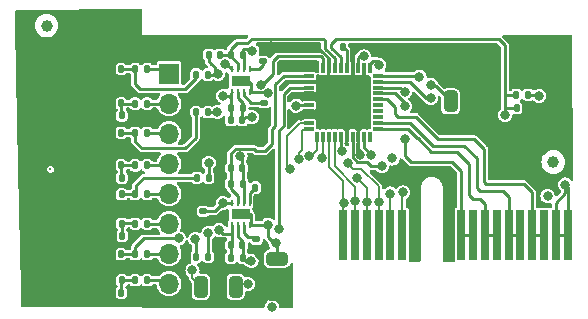
<source format=gbr>
%TF.GenerationSoftware,KiCad,Pcbnew,8.0.5*%
%TF.CreationDate,2024-11-05T15:42:22+00:00*%
%TF.ProjectId,ADE_Main_V4,4144455f-4d61-4696-9e5f-56342e6b6963,rev?*%
%TF.SameCoordinates,Original*%
%TF.FileFunction,Copper,L1,Top*%
%TF.FilePolarity,Positive*%
%FSLAX46Y46*%
G04 Gerber Fmt 4.6, Leading zero omitted, Abs format (unit mm)*
G04 Created by KiCad (PCBNEW 8.0.5) date 2024-11-05 15:42:22*
%MOMM*%
%LPD*%
G01*
G04 APERTURE LIST*
G04 Aperture macros list*
%AMRoundRect*
0 Rectangle with rounded corners*
0 $1 Rounding radius*
0 $2 $3 $4 $5 $6 $7 $8 $9 X,Y pos of 4 corners*
0 Add a 4 corners polygon primitive as box body*
4,1,4,$2,$3,$4,$5,$6,$7,$8,$9,$2,$3,0*
0 Add four circle primitives for the rounded corners*
1,1,$1+$1,$2,$3*
1,1,$1+$1,$4,$5*
1,1,$1+$1,$6,$7*
1,1,$1+$1,$8,$9*
0 Add four rect primitives between the rounded corners*
20,1,$1+$1,$2,$3,$4,$5,0*
20,1,$1+$1,$4,$5,$6,$7,0*
20,1,$1+$1,$6,$7,$8,$9,0*
20,1,$1+$1,$8,$9,$2,$3,0*%
G04 Aperture macros list end*
%TA.AperFunction,SMDPad,CuDef*%
%ADD10RoundRect,0.135000X-0.135000X-0.185000X0.135000X-0.185000X0.135000X0.185000X-0.135000X0.185000X0*%
%TD*%
%TA.AperFunction,SMDPad,CuDef*%
%ADD11RoundRect,0.135000X0.135000X0.185000X-0.135000X0.185000X-0.135000X-0.185000X0.135000X-0.185000X0*%
%TD*%
%TA.AperFunction,SMDPad,CuDef*%
%ADD12RoundRect,0.140000X0.140000X0.170000X-0.140000X0.170000X-0.140000X-0.170000X0.140000X-0.170000X0*%
%TD*%
%TA.AperFunction,SMDPad,CuDef*%
%ADD13RoundRect,0.140000X-0.140000X-0.170000X0.140000X-0.170000X0.140000X0.170000X-0.140000X0.170000X0*%
%TD*%
%TA.AperFunction,SMDPad,CuDef*%
%ADD14C,1.000000*%
%TD*%
%TA.AperFunction,SMDPad,CuDef*%
%ADD15RoundRect,0.250000X0.650000X-0.325000X0.650000X0.325000X-0.650000X0.325000X-0.650000X-0.325000X0*%
%TD*%
%TA.AperFunction,SMDPad,CuDef*%
%ADD16RoundRect,0.135000X0.185000X-0.135000X0.185000X0.135000X-0.185000X0.135000X-0.185000X-0.135000X0*%
%TD*%
%TA.AperFunction,SMDPad,CuDef*%
%ADD17RoundRect,0.140000X0.170000X-0.140000X0.170000X0.140000X-0.170000X0.140000X-0.170000X-0.140000X0*%
%TD*%
%TA.AperFunction,SMDPad,CuDef*%
%ADD18C,0.200000*%
%TD*%
%TA.AperFunction,SMDPad,CuDef*%
%ADD19RoundRect,0.135000X-0.185000X0.135000X-0.185000X-0.135000X0.185000X-0.135000X0.185000X0.135000X0*%
%TD*%
%TA.AperFunction,SMDPad,CuDef*%
%ADD20RoundRect,0.250000X-0.325000X-0.650000X0.325000X-0.650000X0.325000X0.650000X-0.325000X0.650000X0*%
%TD*%
%TA.AperFunction,SMDPad,CuDef*%
%ADD21R,0.250000X0.500000*%
%TD*%
%TA.AperFunction,ComponentPad*%
%ADD22C,0.600000*%
%TD*%
%TA.AperFunction,SMDPad,CuDef*%
%ADD23R,1.600000X0.900000*%
%TD*%
%TA.AperFunction,SMDPad,CuDef*%
%ADD24R,0.304800X0.812800*%
%TD*%
%TA.AperFunction,SMDPad,CuDef*%
%ADD25R,0.812800X0.304800*%
%TD*%
%TA.AperFunction,SMDPad,CuDef*%
%ADD26R,4.241800X4.241800*%
%TD*%
%TA.AperFunction,SMDPad,CuDef*%
%ADD27RoundRect,0.250000X0.325000X0.650000X-0.325000X0.650000X-0.325000X-0.650000X0.325000X-0.650000X0*%
%TD*%
%TA.AperFunction,ComponentPad*%
%ADD28R,1.700000X1.700000*%
%TD*%
%TA.AperFunction,ComponentPad*%
%ADD29O,1.700000X1.700000*%
%TD*%
%TA.AperFunction,ConnectorPad*%
%ADD30R,0.700000X4.300000*%
%TD*%
%TA.AperFunction,ViaPad*%
%ADD31C,0.800000*%
%TD*%
%TA.AperFunction,Conductor*%
%ADD32C,0.250000*%
%TD*%
%TA.AperFunction,Conductor*%
%ADD33C,0.200000*%
%TD*%
G04 APERTURE END LIST*
D10*
%TO.P,R25,1*%
%TO.N,/ITP*%
X-1510000Y27390000D03*
%TO.P,R25,2*%
%TO.N,Net-(U1B--)*%
X-490000Y27390000D03*
%TD*%
D11*
%TO.P,R18,1*%
%TO.N,Net-(U1B--)*%
X-3390000Y27880000D03*
%TO.P,R18,2*%
%TO.N,/RT*%
X-4410000Y27880000D03*
%TD*%
D10*
%TO.P,R5,1*%
%TO.N,Net-(C4-Pad1)*%
X-9600000Y19200000D03*
%TO.P,R5,2*%
%TO.N,/RNM*%
X-8580000Y19200000D03*
%TD*%
D12*
%TO.P,C11,1*%
%TO.N,/RR*%
X-10780000Y37080000D03*
%TO.P,C11,2*%
%TO.N,GND*%
X-11740000Y37080000D03*
%TD*%
D13*
%TO.P,C13,1*%
%TO.N,/ITP*%
X-1500000Y28710000D03*
%TO.P,C13,2*%
%TO.N,Net-(U1B--)*%
X-540000Y28710000D03*
%TD*%
D12*
%TO.P,C3,1*%
%TO.N,/RN*%
X-10780000Y21410000D03*
%TO.P,C3,2*%
%TO.N,GND*%
X-11740000Y21410000D03*
%TD*%
D14*
%TO.P,FID1,*%
%TO.N,*%
X25781000Y29210000D03*
%TD*%
D11*
%TO.P,R9,1*%
%TO.N,Net-(U3A--)*%
X-3440000Y33440000D03*
%TO.P,R9,2*%
%TO.N,/RS*%
X-4460000Y33440000D03*
%TD*%
D15*
%TO.P,C26,1*%
%TO.N,GND*%
X2410000Y18075000D03*
%TO.P,C26,2*%
%TO.N,/UM*%
X2410000Y21025000D03*
%TD*%
D16*
%TO.P,R20,1*%
%TO.N,Net-(U3B-+)*%
X1250000Y37730000D03*
%TO.P,R20,2*%
%TO.N,GND*%
X1250000Y38750000D03*
%TD*%
D17*
%TO.P,C2,1*%
%TO.N,+3V3*%
X-3860800Y25047000D03*
%TO.P,C2,2*%
%TO.N,GND*%
X-3860800Y26007000D03*
%TD*%
D12*
%TO.P,C7,1*%
%TO.N,/RT*%
X-10770000Y26480000D03*
%TO.P,C7,2*%
%TO.N,GND*%
X-11730000Y26480000D03*
%TD*%
D18*
%TO.P,TP1,1,1*%
%TO.N,unconnected-(TP1-Pad1)*%
X-16789400Y28600400D03*
%TD*%
D11*
%TO.P,R6,1*%
%TO.N,Net-(U1A--)*%
X-3430000Y21180000D03*
%TO.P,R6,2*%
%TO.N,/RN*%
X-4450000Y21180000D03*
%TD*%
D10*
%TO.P,R1,1*%
%TO.N,/ADE_Reset*%
X22654800Y34899600D03*
%TO.P,R1,2*%
%TO.N,+3V3*%
X23674800Y34899600D03*
%TD*%
D19*
%TO.P,R8,1*%
%TO.N,Net-(U3A-+)*%
X1280000Y34240000D03*
%TO.P,R8,2*%
%TO.N,GND*%
X1280000Y33220000D03*
%TD*%
D12*
%TO.P,C4,1*%
%TO.N,Net-(C4-Pad1)*%
X-10780000Y18150000D03*
%TO.P,C4,2*%
%TO.N,GND*%
X-11740000Y18150000D03*
%TD*%
D13*
%TO.P,C1,1*%
%TO.N,/ADE_Reset*%
X22684800Y33782000D03*
%TO.P,C1,2*%
%TO.N,GND*%
X23644800Y33782000D03*
%TD*%
D14*
%TO.P,FID4,*%
%TO.N,*%
X-17119600Y40767000D03*
%TD*%
D10*
%TO.P,R26,1*%
%TO.N,/IRP*%
X-1510000Y38280000D03*
%TO.P,R26,2*%
%TO.N,Net-(U3B--)*%
X-490000Y38280000D03*
%TD*%
D12*
%TO.P,C16,1*%
%TO.N,/IRP*%
X-2440000Y38310000D03*
%TO.P,C16,2*%
%TO.N,Net-(U3B--)*%
X-3400000Y38310000D03*
%TD*%
D10*
%TO.P,R4,1*%
%TO.N,/RN*%
X-9600000Y21400000D03*
%TO.P,R4,2*%
%TO.N,/RNP*%
X-8580000Y21400000D03*
%TD*%
D12*
%TO.P,C12,1*%
%TO.N,Net-(C12-Pad1)*%
X-10780000Y34170000D03*
%TO.P,C12,2*%
%TO.N,GND*%
X-11740000Y34170000D03*
%TD*%
D10*
%TO.P,R11,1*%
%TO.N,Net-(C8-Pad1)*%
X-9600000Y23980000D03*
%TO.P,R11,2*%
%TO.N,/RTM*%
X-8580000Y23980000D03*
%TD*%
%TO.P,R24,1*%
%TO.N,/ISP*%
X-1510000Y33820000D03*
%TO.P,R24,2*%
%TO.N,Net-(U3A--)*%
X-490000Y33820000D03*
%TD*%
%TO.P,R14,1*%
%TO.N,/RR*%
X-9600000Y37070000D03*
%TO.P,R14,2*%
%TO.N,/RRP*%
X-8580000Y37070000D03*
%TD*%
%TO.P,R23,1*%
%TO.N,/INP*%
X-1510000Y21090000D03*
%TO.P,R23,2*%
%TO.N,Net-(U1A--)*%
X-490000Y21090000D03*
%TD*%
D20*
%TO.P,C18,1*%
%TO.N,+3V3*%
X17092400Y34340800D03*
%TO.P,C18,2*%
%TO.N,GND*%
X20042400Y34340800D03*
%TD*%
D10*
%TO.P,R10,1*%
%TO.N,/RT*%
X-9600000Y26500000D03*
%TO.P,R10,2*%
%TO.N,/RTP*%
X-8580000Y26500000D03*
%TD*%
%TO.P,R15,1*%
%TO.N,Net-(C12-Pad1)*%
X-9600000Y34160000D03*
%TO.P,R15,2*%
%TO.N,/RRM*%
X-8580000Y34160000D03*
%TD*%
D11*
%TO.P,R21,1*%
%TO.N,Net-(C12-Pad1)*%
X-10730000Y33160000D03*
%TO.P,R21,2*%
%TO.N,GND*%
X-11750000Y33160000D03*
%TD*%
D13*
%TO.P,C6,1*%
%TO.N,/ISP*%
X-1500000Y32750000D03*
%TO.P,C6,2*%
%TO.N,Net-(U3A--)*%
X-540000Y32750000D03*
%TD*%
D11*
%TO.P,R17,1*%
%TO.N,Net-(C8-Pad1)*%
X-10720000Y22960000D03*
%TO.P,R17,2*%
%TO.N,GND*%
X-11740000Y22960000D03*
%TD*%
%TO.P,R7,1*%
%TO.N,Net-(C4-Pad1)*%
X-10730000Y19200000D03*
%TO.P,R7,2*%
%TO.N,GND*%
X-11750000Y19200000D03*
%TD*%
D21*
%TO.P,U3,1*%
%TO.N,/ISP*%
X-1430000Y35150000D03*
%TO.P,U3,2,-*%
%TO.N,Net-(U3A--)*%
X-930000Y35150000D03*
%TO.P,U3,3,+*%
%TO.N,Net-(U3A-+)*%
X-430000Y35150000D03*
%TO.P,U3,4,V-*%
%TO.N,/UM*%
X70000Y35150000D03*
%TO.P,U3,5,+*%
%TO.N,Net-(U3B-+)*%
X70000Y37050000D03*
%TO.P,U3,6,-*%
%TO.N,Net-(U3B--)*%
X-430000Y37050000D03*
%TO.P,U3,7*%
%TO.N,/IRP*%
X-930000Y37050000D03*
%TO.P,U3,8,V+*%
%TO.N,+3V3*%
X-1430000Y37050000D03*
D22*
%TO.P,U3,9,PAD*%
%TO.N,/UM*%
X-1180000Y36100000D03*
D23*
X-680000Y36100000D03*
D22*
X-180000Y36100000D03*
%TD*%
D12*
%TO.P,C9,1*%
%TO.N,/RS*%
X-10780000Y31700000D03*
%TO.P,C9,2*%
%TO.N,GND*%
X-11740000Y31700000D03*
%TD*%
%TO.P,C10,1*%
%TO.N,Net-(C10-Pad1)*%
X-10780000Y28940000D03*
%TO.P,C10,2*%
%TO.N,GND*%
X-11740000Y28940000D03*
%TD*%
D10*
%TO.P,R16,1*%
%TO.N,Net-(U1B-+)*%
X570000Y27050000D03*
%TO.P,R16,2*%
%TO.N,GND*%
X1590000Y27050000D03*
%TD*%
D24*
%TO.P,U2,1,PullHigh*%
%TO.N,+3V3*%
X10287000Y37160200D03*
%TO.P,U2,2,DGND*%
%TO.N,GND*%
X9779000Y37160200D03*
%TO.P,U2,3,DVDDOUT*%
%TO.N,/DVDDOUT*%
X9271000Y37160200D03*
%TO.P,U2,4,PM0*%
%TO.N,GND*%
X8788400Y37160200D03*
%TO.P,U2,5,PM1*%
%TO.N,/PM1*%
X8280400Y37160200D03*
%TO.P,U2,6,RESET*%
%TO.N,/ADE_Reset*%
X7772400Y37160200D03*
%TO.P,U2,7,IAP*%
%TO.N,/IRP*%
X7264400Y37160200D03*
%TO.P,U2,8,IAN*%
%TO.N,GND*%
X6781800Y37160200D03*
%TO.P,U2,9,IBP*%
%TO.N,/ISP*%
X6273800Y37160200D03*
%TO.P,U2,10,IBN*%
%TO.N,GND*%
X5765800Y37160200D03*
D25*
%TO.P,U2,11,ICP*%
%TO.N,/ITP*%
X5130800Y36525200D03*
%TO.P,U2,12,ICN*%
%TO.N,GND*%
X5130800Y36017200D03*
%TO.P,U2,13,INP*%
%TO.N,/INP*%
X5130800Y35509200D03*
%TO.P,U2,14,INN*%
%TO.N,GND*%
X5130800Y35026600D03*
%TO.P,U2,15,REFGND*%
X5130800Y34518600D03*
%TO.P,U2,16,REF*%
%TO.N,/REF*%
X5130800Y34010600D03*
%TO.P,U2,17,NC1*%
%TO.N,GND*%
X5130800Y33502600D03*
%TO.P,U2,18,NC2*%
X5130800Y33020000D03*
%TO.P,U2,19,VAN*%
%TO.N,/UR+*%
X5130800Y32512000D03*
%TO.P,U2,20,VAP*%
%TO.N,/UR-*%
X5130800Y32004000D03*
D24*
%TO.P,U2,21,VBN*%
%TO.N,/US+*%
X5765800Y31369000D03*
%TO.P,U2,22,VBP*%
%TO.N,/US-*%
X6273800Y31369000D03*
%TO.P,U2,23,VCN*%
%TO.N,/UT+*%
X6781800Y31369000D03*
%TO.P,U2,24,VCP*%
%TO.N,/UT-*%
X7264400Y31369000D03*
%TO.P,U2,25,AVDDOUT*%
%TO.N,/AVDDOUT*%
X7772400Y31369000D03*
%TO.P,U2,26,AGND*%
%TO.N,GND*%
X8280400Y31369000D03*
%TO.P,U2,27,VDD*%
%TO.N,+3V3*%
X8788400Y31369000D03*
%TO.P,U2,28,GND*%
%TO.N,GND*%
X9271000Y31369000D03*
%TO.P,U2,29,CLKIN*%
%TO.N,/O_IN*%
X9779000Y31369000D03*
%TO.P,U2,30,CLKOUT*%
%TO.N,/O_OUT*%
X10287000Y31369000D03*
D25*
%TO.P,U2,31,IRQ0*%
%TO.N,/IRQ1*%
X10922000Y32004000D03*
%TO.P,U2,32,IRQ1*%
%TO.N,/IRQ2*%
X10922000Y32512000D03*
%TO.P,U2,33,CF1*%
%TO.N,unconnected-(U2-CF1-Pad33)*%
X10922000Y33020000D03*
%TO.P,U2,34,CF2*%
%TO.N,unconnected-(U2-CF2-Pad34)*%
X10922000Y33502600D03*
%TO.P,U2,35,CF3/ZX*%
%TO.N,unconnected-(U2-CF3{slash}ZX-Pad35)*%
X10922000Y34010600D03*
%TO.P,U2,36,CF4/READY*%
%TO.N,/READY*%
X10922000Y34518600D03*
%TO.P,U2,37,SCLK*%
%TO.N,/SCLK*%
X10922000Y35026600D03*
%TO.P,U2,38,MISO*%
%TO.N,/MISO*%
X10922000Y35509200D03*
%TO.P,U2,39,MOSI*%
%TO.N,/MOSI*%
X10922000Y36017200D03*
%TO.P,U2,40,SS*%
%TO.N,/SS*%
X10922000Y36525200D03*
D26*
%TO.P,U2,41,EP*%
%TO.N,GND*%
X8026400Y34264600D03*
%TD*%
D13*
%TO.P,C5,1*%
%TO.N,/INP*%
X-1500000Y22200000D03*
%TO.P,C5,2*%
%TO.N,Net-(U1A--)*%
X-540000Y22200000D03*
%TD*%
D11*
%TO.P,R22,1*%
%TO.N,Net-(U3B--)*%
X-3440000Y36620000D03*
%TO.P,R22,2*%
%TO.N,/RR*%
X-4460000Y36620000D03*
%TD*%
D10*
%TO.P,R12,1*%
%TO.N,/RS*%
X-9600000Y31690000D03*
%TO.P,R12,2*%
%TO.N,/RSP*%
X-8580000Y31690000D03*
%TD*%
D21*
%TO.P,U1,1*%
%TO.N,/INP*%
X-1430000Y23860000D03*
%TO.P,U1,2,-*%
%TO.N,Net-(U1A--)*%
X-930000Y23860000D03*
%TO.P,U1,3,+*%
%TO.N,Net-(U1A-+)*%
X-430000Y23860000D03*
%TO.P,U1,4,V-*%
%TO.N,/UM*%
X70000Y23860000D03*
%TO.P,U1,5,+*%
%TO.N,Net-(U1B-+)*%
X70000Y25760000D03*
%TO.P,U1,6,-*%
%TO.N,Net-(U1B--)*%
X-430000Y25760000D03*
%TO.P,U1,7*%
%TO.N,/ITP*%
X-930000Y25760000D03*
%TO.P,U1,8,V+*%
%TO.N,+3V3*%
X-1430000Y25760000D03*
D22*
%TO.P,U1,9,PAD*%
%TO.N,/UM*%
X-1180000Y24810000D03*
D23*
X-680000Y24810000D03*
D22*
X-180000Y24810000D03*
%TD*%
D19*
%TO.P,R3,1*%
%TO.N,Net-(U1A-+)*%
X650000Y22680000D03*
%TO.P,R3,2*%
%TO.N,GND*%
X650000Y21660000D03*
%TD*%
D11*
%TO.P,R19,1*%
%TO.N,Net-(C10-Pad1)*%
X-10730000Y27900000D03*
%TO.P,R19,2*%
%TO.N,GND*%
X-11750000Y27900000D03*
%TD*%
%TO.P,R2,1*%
%TO.N,GND*%
X8993600Y38963600D03*
%TO.P,R2,2*%
%TO.N,/PM1*%
X7973600Y38963600D03*
%TD*%
D10*
%TO.P,R13,1*%
%TO.N,Net-(C10-Pad1)*%
X-9600000Y28930000D03*
%TO.P,R13,2*%
%TO.N,/RSM*%
X-8580000Y28930000D03*
%TD*%
D27*
%TO.P,C25,1*%
%TO.N,/C+*%
X-1105000Y18670000D03*
%TO.P,C25,2*%
%TO.N,/C-*%
X-4055000Y18670000D03*
%TD*%
D12*
%TO.P,C8,1*%
%TO.N,Net-(C8-Pad1)*%
X-10730000Y24000000D03*
%TO.P,C8,2*%
%TO.N,GND*%
X-11690000Y24000000D03*
%TD*%
D28*
%TO.P,J15,1,Pin_1*%
%TO.N,/RRP*%
X-6750200Y36692980D03*
D29*
%TO.P,J15,2,Pin_2*%
%TO.N,/RRM*%
X-6750200Y34152980D03*
%TO.P,J15,3,Pin_3*%
%TO.N,/RSP*%
X-6750200Y31612980D03*
%TO.P,J15,4,Pin_4*%
%TO.N,/RSM*%
X-6750200Y29072980D03*
%TO.P,J15,5,Pin_5*%
%TO.N,/RTP*%
X-6750200Y26532980D03*
%TO.P,J15,6,Pin_6*%
%TO.N,/RTM*%
X-6750200Y23992980D03*
%TO.P,J15,7,Pin_7*%
%TO.N,/RNP*%
X-6750200Y21452980D03*
%TO.P,J15,8,Pin_8*%
%TO.N,/RNM*%
X-6750200Y18912980D03*
%TD*%
D30*
%TO.P,J2,A1*%
%TO.N,+3V3*%
X27000000Y23000000D03*
%TO.P,J2,A2*%
X26000000Y23000000D03*
%TO.P,J2,A3*%
%TO.N,/READY*%
X25000000Y23000000D03*
%TO.P,J2,A4*%
X24000000Y23000000D03*
%TO.P,J2,A5*%
%TO.N,/IRQ2*%
X23000000Y23000000D03*
%TO.P,J2,A6*%
X22000000Y23000000D03*
%TO.P,J2,A7*%
%TO.N,/IRQ1*%
X21000000Y23000000D03*
%TO.P,J2,A8*%
X20000000Y23000000D03*
%TO.P,J2,A9*%
%TO.N,/SCLK*%
X19000000Y23000000D03*
%TO.P,J2,A10*%
X18000000Y23000000D03*
%TO.P,J2,A11*%
%TO.N,GND*%
X17000000Y23000000D03*
%TO.P,J2,A12*%
X14000000Y23000000D03*
%TO.P,J2,A13*%
%TO.N,/UR-*%
X13000000Y23000000D03*
%TO.P,J2,A14*%
%TO.N,/UR+*%
X12000000Y23000000D03*
%TO.P,J2,A15*%
%TO.N,/US-*%
X11000000Y23000000D03*
%TO.P,J2,A16*%
%TO.N,/US+*%
X10000000Y23000000D03*
%TO.P,J2,A17*%
%TO.N,/UT-*%
X9000000Y23000000D03*
%TO.P,J2,A18*%
%TO.N,/UT+*%
X8000000Y23000000D03*
%TD*%
D31*
%TO.N,GND*%
X12877800Y28778200D03*
X-16100000Y27403599D03*
X3048000Y37363400D03*
X-18640000Y32483599D03*
X12065000Y27940000D03*
X24540000Y32483599D03*
X-2540000Y39344600D03*
X-18640000Y24863599D03*
X17246600Y26085800D03*
X-18640000Y27403599D03*
X19460000Y37563599D03*
X4430000Y37400000D03*
X3200400Y19862800D03*
X-14440000Y37200000D03*
X13843000Y27762200D03*
X-14100000Y23060000D03*
X4428453Y33111500D03*
X17018000Y27711400D03*
X-13450000Y18140000D03*
X16920000Y37563599D03*
X-18640000Y29943599D03*
X390000Y17940000D03*
X9457677Y29825500D03*
X16459200Y32664400D03*
X5540000Y38930000D03*
X-13560000Y27403599D03*
X-16100000Y32483599D03*
X13868400Y25908000D03*
X-18640000Y37563599D03*
X-18640000Y22323599D03*
X-16100000Y24863599D03*
X-18640000Y19783599D03*
X1001000Y26060000D03*
X-13560000Y24863599D03*
X-16100000Y22323599D03*
X24540000Y37563599D03*
X670000Y28320000D03*
X-16100000Y29943599D03*
X-5230000Y25880000D03*
X660000Y31690000D03*
X-13560000Y40103599D03*
X-18640000Y35023599D03*
X-16100000Y19783599D03*
X1850000Y39045500D03*
X-11020000Y40103599D03*
X-13560000Y19783599D03*
X-16100000Y35023599D03*
X-16100000Y37563599D03*
X20497800Y32283400D03*
X-14520000Y29090000D03*
%TO.N,+3V3*%
X1955800Y16967200D03*
X26797000Y27305000D03*
X25298400Y26339800D03*
X11050000Y37425000D03*
X15443200Y35737800D03*
X24587200Y34823400D03*
X11277600Y28854400D03*
X-2190000Y25740000D03*
X12166600Y29514800D03*
X-1975500Y37553372D03*
%TO.N,/AVDDOUT*%
X7863900Y30124400D03*
%TO.N,/DVDDOUT*%
X9753600Y38150800D03*
%TO.N,/REF*%
X4013200Y33985200D03*
%TO.N,/ISP*%
X1040000Y35730000D03*
X-2150000Y34820000D03*
%TO.N,/INP*%
X2550000Y23540000D03*
X-2510000Y23480000D03*
%TO.N,/UR+*%
X11970000Y26540000D03*
X3524020Y28620000D03*
%TO.N,/US+*%
X10000000Y25800000D03*
X9143911Y27833911D03*
X5100000Y29720000D03*
%TO.N,/UT+*%
X8050000Y25740000D03*
%TO.N,/ADE_Reset*%
X21717000Y33197800D03*
%TO.N,/O_IN*%
X10375000Y29850000D03*
%TO.N,Net-(U1A--)*%
X-3410000Y23230000D03*
X230000Y20824500D03*
%TO.N,Net-(U3A--)*%
X260000Y33020000D03*
X-2650000Y33470000D03*
%TO.N,Net-(U1B--)*%
X-700000Y29710000D03*
X-3390000Y29150000D03*
%TO.N,/SCLK*%
X13250000Y33950000D03*
X13225000Y31200000D03*
%TO.N,/MISO*%
X13214638Y35157566D03*
%TO.N,/MOSI*%
X15409211Y34609211D03*
%TO.N,/SS*%
X14459548Y36442005D03*
%TO.N,/RN*%
X-5934500Y22738843D03*
X-4520000Y22670000D03*
%TO.N,Net-(U3B--)*%
X309163Y38610563D03*
X-2600000Y36690000D03*
%TO.N,/UM*%
X1610000Y23910000D03*
X1625500Y35047145D03*
X2277484Y22357547D03*
%TO.N,/C+*%
X-70000Y18890000D03*
%TO.N,/UR-*%
X4230000Y29490000D03*
X13040000Y26640000D03*
%TO.N,/US-*%
X11000000Y25870000D03*
X6182300Y29546200D03*
X8393411Y29123411D03*
%TO.N,/UT-*%
X9020000Y25950000D03*
%TO.N,/C-*%
X-4765656Y20033911D03*
%TD*%
D32*
%TO.N,GND*%
X-3914200Y26060400D02*
X-3860800Y26007000D01*
X390000Y17940000D02*
X2275000Y17940000D01*
X5130800Y33020000D02*
X4419600Y33020000D01*
X-5230000Y25961200D02*
X-5130800Y26060400D01*
X1380000Y28320000D02*
X670000Y28320000D01*
X-11690000Y24000000D02*
X-11690000Y23010000D01*
X9271000Y33020000D02*
X8026400Y34264600D01*
X-11750000Y33160000D02*
X-11750000Y34160000D01*
X4419600Y33102647D02*
X4428453Y33111500D01*
X-13440000Y18150000D02*
X-13450000Y18140000D01*
X-11730000Y27880000D02*
X-11750000Y27900000D01*
X8788400Y37160200D02*
X8788400Y35026600D01*
X6781800Y37986704D02*
X6781800Y37160200D01*
X940000Y18490000D02*
X390000Y17940000D01*
X1690000Y39190000D02*
X1850000Y39190000D01*
X5130800Y33020000D02*
X6781800Y33020000D01*
X6273800Y36017200D02*
X8026400Y34264600D01*
X8280400Y34010600D02*
X8026400Y34264600D01*
X-11740000Y31700000D02*
X-11740000Y33150000D01*
X8788400Y35026600D02*
X8026400Y34264600D01*
X9457677Y29842323D02*
X9271000Y30029000D01*
X-11740000Y34170000D02*
X-11740000Y37080000D01*
X-14000000Y22960000D02*
X-14100000Y23060000D01*
X-11690000Y23010000D02*
X-11740000Y22960000D01*
X1280000Y33220000D02*
X1280000Y32310000D01*
X9779000Y36017200D02*
X8026400Y34264600D01*
X2275000Y17940000D02*
X2410000Y18075000D01*
X-11740000Y19210000D02*
X-11750000Y19200000D01*
X5840000Y38930000D02*
X5540000Y38930000D01*
X1590000Y27050000D02*
X1590000Y28110000D01*
X6118504Y38651496D02*
X5840000Y38930000D01*
X14000000Y23000000D02*
X14000000Y25776400D01*
X17000000Y23000000D02*
X17000000Y25839200D01*
X1590000Y27050000D02*
X1590000Y26580000D01*
X-11740000Y22960000D02*
X-14000000Y22960000D01*
X940000Y21000000D02*
X940000Y18490000D01*
X4419600Y33020000D02*
X4419600Y33102647D01*
X9271000Y31369000D02*
X9271000Y33020000D01*
X8788400Y37160200D02*
X8788400Y38758400D01*
X9271000Y30029000D02*
X9271000Y31369000D01*
X5130800Y33502600D02*
X7264400Y33502600D01*
X650000Y21660000D02*
X650000Y21287693D01*
X9779000Y37160200D02*
X9779000Y36017200D01*
X8788400Y38758400D02*
X8993600Y38963600D01*
X6118504Y38650000D02*
X6118504Y38651496D01*
X4669800Y37160200D02*
X4430000Y37400000D01*
X17000000Y25839200D02*
X17246600Y26085800D01*
X-11690000Y24000000D02*
X-11690000Y26440000D01*
X-11750000Y27900000D02*
X-11750000Y28930000D01*
X5130800Y34518600D02*
X7772400Y34518600D01*
X-11740000Y37080000D02*
X-14320000Y37080000D01*
X1850000Y39190000D02*
X1850000Y39045500D01*
X-11690000Y26440000D02*
X-11730000Y26480000D01*
X1590000Y28110000D02*
X1380000Y28320000D01*
X-11750000Y19200000D02*
X-11750000Y18160000D01*
X8280400Y31369000D02*
X8280400Y34010600D01*
X14000000Y25776400D02*
X13868400Y25908000D01*
X-11740000Y21410000D02*
X-11740000Y19210000D01*
X5765800Y37160200D02*
X4669800Y37160200D01*
X1590000Y26580000D02*
X1070000Y26060000D01*
X-11730000Y26480000D02*
X-11730000Y27880000D01*
X937693Y21000000D02*
X940000Y21000000D01*
X-11750000Y28930000D02*
X-11740000Y28940000D01*
X7264400Y35026600D02*
X8026400Y34264600D01*
X6781800Y33020000D02*
X8026400Y34264600D01*
X-11750000Y34160000D02*
X-11740000Y34170000D01*
X-11740000Y33150000D02*
X-11750000Y33160000D01*
X-11740000Y22960000D02*
X-11740000Y21410000D01*
X650000Y21287693D02*
X937693Y21000000D01*
X6118504Y38650000D02*
X6781800Y37986704D01*
X-11750000Y18160000D02*
X-11740000Y18150000D01*
X1070000Y26060000D02*
X1001000Y26060000D01*
X7772400Y34518600D02*
X8026400Y34264600D01*
X5130800Y35026600D02*
X7264400Y35026600D01*
X-14370000Y28940000D02*
X-14520000Y29090000D01*
X9457677Y29825500D02*
X9457677Y29842323D01*
X-11740000Y28940000D02*
X-11740000Y31700000D01*
X1280000Y32310000D02*
X660000Y31690000D01*
X-5130800Y26060400D02*
X-3914200Y26060400D01*
X1250000Y38750000D02*
X1690000Y39190000D01*
X-11740000Y28940000D02*
X-14370000Y28940000D01*
X-14320000Y37080000D02*
X-14440000Y37200000D01*
X5130800Y36017200D02*
X6273800Y36017200D01*
X-11740000Y18150000D02*
X-13440000Y18150000D01*
X-5230000Y25880000D02*
X-5230000Y25961200D01*
%TO.N,+3V3*%
X10287000Y37541200D02*
X10515600Y37769800D01*
X26797000Y26568400D02*
X26797000Y27305000D01*
X-1430000Y25760000D02*
X-2170000Y25760000D01*
X26000000Y23000000D02*
X26000000Y25771400D01*
X10365600Y28854400D02*
X10030000Y29190000D01*
X11277600Y28854400D02*
X10365600Y28854400D01*
X-2883000Y25047000D02*
X-2190000Y25740000D01*
X10845800Y37769800D02*
X11050000Y37565600D01*
X23674800Y34899600D02*
X24511000Y34899600D01*
X10287000Y37160200D02*
X10287000Y37541200D01*
X26000000Y25771400D02*
X26797000Y26568400D01*
X10030000Y29190000D02*
X9210000Y29190000D01*
X17092400Y34368000D02*
X15824200Y35636200D01*
X11140800Y37515800D02*
X11050000Y37425000D01*
X26797000Y27305000D02*
X27000000Y27102000D01*
X-3860800Y25047000D02*
X-2883000Y25047000D01*
X9210000Y29190000D02*
X8788400Y29611600D01*
X8788400Y29611600D02*
X8788400Y31369000D01*
X10515600Y37769800D02*
X10845800Y37769800D01*
X26000000Y23000000D02*
X27000000Y23000000D01*
X27000000Y27102000D02*
X27000000Y23550000D01*
X17092400Y34340800D02*
X17092400Y34368000D01*
X-1975500Y37553372D02*
X-1933372Y37553372D01*
X15722600Y35737800D02*
X15443200Y35737800D01*
X-2170000Y25760000D02*
X-2190000Y25740000D01*
X-1933372Y37553372D02*
X-1430000Y37050000D01*
X24511000Y34899600D02*
X24587200Y34823400D01*
X15824200Y35636200D02*
X15722600Y35737800D01*
X11050000Y37565600D02*
X11050000Y37425000D01*
%TO.N,/AVDDOUT*%
X7772400Y31369000D02*
X7772400Y30175200D01*
X7772400Y30175200D02*
X7823200Y30124400D01*
X7823200Y30124400D02*
X7863900Y30124400D01*
%TO.N,/DVDDOUT*%
X9398000Y38150800D02*
X9753600Y38150800D01*
X9271000Y38023800D02*
X9271000Y37160200D01*
X9271000Y38023800D02*
X9398000Y38150800D01*
%TO.N,/REF*%
X4038600Y34010600D02*
X4013200Y33985200D01*
X5130800Y34010600D02*
X4038600Y34010600D01*
%TO.N,/IRP*%
X6290000Y39670000D02*
X290000Y39670000D01*
X-930000Y37560000D02*
X-1510000Y38140000D01*
X6451400Y38811400D02*
X6451400Y39508600D01*
X-1030000Y39270000D02*
X-1510000Y38790000D01*
X290000Y39670000D02*
X-110000Y39270000D01*
X6451400Y39508600D02*
X6290000Y39670000D01*
X-1510000Y38790000D02*
X-1510000Y38280000D01*
X-930000Y37050000D02*
X-930000Y37560000D01*
X-1540000Y38310000D02*
X-1510000Y38280000D01*
X7264400Y37998400D02*
X6451400Y38811400D01*
X7264400Y37160200D02*
X7264400Y37998400D01*
X-1510000Y38140000D02*
X-1510000Y38280000D01*
X-2440000Y38310000D02*
X-1540000Y38310000D01*
X-110000Y39270000D02*
X-1030000Y39270000D01*
%TO.N,/ISP*%
X2032000Y36680076D02*
X2032000Y37744400D01*
X-1500000Y32750000D02*
X-1500000Y33810000D01*
X2032000Y37744400D02*
X2437600Y38150000D01*
X1100000Y35748076D02*
X2032000Y36680076D01*
X1040000Y35730000D02*
X1058076Y35748076D01*
X-1510000Y35070000D02*
X-1430000Y35150000D01*
X-1510000Y33820000D02*
X-1510000Y34600000D01*
X1058076Y35748076D02*
X1100000Y35748076D01*
X-1730000Y34820000D02*
X-1510000Y34600000D01*
X6124208Y38150000D02*
X6273800Y38000408D01*
X-1500000Y33810000D02*
X-1510000Y33820000D01*
X-2150000Y34820000D02*
X-1730000Y34820000D01*
X2437600Y38150000D02*
X6124208Y38150000D01*
X6273800Y38000408D02*
X6273800Y37160200D01*
X-1510000Y34600000D02*
X-1510000Y35070000D01*
%TO.N,/ITP*%
X-930000Y26320000D02*
X-1530000Y26920000D01*
X-1510000Y28700000D02*
X-1500000Y28710000D01*
X5130800Y36525200D02*
X2975200Y36525200D01*
X2250000Y32290000D02*
X1950000Y31990000D01*
X445489Y30334511D02*
X-1115489Y30334511D01*
X610000Y30170000D02*
X445489Y30334511D01*
X-1510000Y27390000D02*
X-1510000Y28700000D01*
X-1115489Y30334511D02*
X-1500000Y29950000D01*
X1950000Y30730000D02*
X1390000Y30170000D01*
X-1530000Y27370000D02*
X-1510000Y27390000D01*
X2250000Y35800000D02*
X2250000Y32290000D01*
X-1530000Y26920000D02*
X-1530000Y27370000D01*
X-930000Y25760000D02*
X-930000Y26320000D01*
X1950000Y31990000D02*
X1950000Y30730000D01*
X-1500000Y29950000D02*
X-1500000Y28710000D01*
X1390000Y30170000D02*
X610000Y30170000D01*
X2975200Y36525200D02*
X2250000Y35800000D01*
%TO.N,/INP*%
X2950000Y32300000D02*
X2550000Y31900000D01*
X2550000Y31900000D02*
X2550000Y23540000D01*
X-1430000Y23160000D02*
X-2190000Y23160000D01*
X-1430000Y23860000D02*
X-1430000Y23160000D01*
X5130800Y35509200D02*
X3509200Y35509200D01*
X-1500000Y22200000D02*
X-1500000Y21100000D01*
X-2190000Y23160000D02*
X-2510000Y23480000D01*
X2950000Y34950000D02*
X2950000Y32300000D01*
X3509200Y35509200D02*
X2950000Y34950000D01*
X-1430000Y22270000D02*
X-1500000Y22200000D01*
X-1430000Y23160000D02*
X-1430000Y22270000D01*
X-1500000Y21100000D02*
X-1510000Y21090000D01*
D33*
%TO.N,/UR+*%
X3225800Y28918220D02*
X3524020Y28620000D01*
X12000000Y26510000D02*
X11970000Y26540000D01*
X4368800Y32512000D02*
X3276600Y31419800D01*
X5130800Y32512000D02*
X4368800Y32512000D01*
X3225800Y31419800D02*
X3225800Y28918220D01*
X12000000Y23000000D02*
X12000000Y26510000D01*
X3276600Y31419800D02*
X3225800Y31419800D01*
%TO.N,/US+*%
X5765800Y30225800D02*
X5270000Y29730000D01*
X5270000Y29720000D02*
X5100000Y29720000D01*
X5765800Y31369000D02*
X5765800Y30225800D01*
X5270000Y29730000D02*
X5270000Y29720000D01*
X9143911Y27833911D02*
X10000000Y26977822D01*
X10000000Y26977822D02*
X10000000Y23000000D01*
D32*
%TO.N,/PM1*%
X8280400Y38656800D02*
X7973600Y38963600D01*
X8280400Y37160200D02*
X8280400Y38656800D01*
%TO.N,/RSP*%
X-6827220Y31690000D02*
X-6750200Y31612980D01*
X-8580000Y31690000D02*
X-6827220Y31690000D01*
%TO.N,/RSM*%
X-8580000Y28930000D02*
X-6893180Y28930000D01*
X-6893180Y28930000D02*
X-6750200Y29072980D01*
%TO.N,/RTP*%
X-6783180Y26500000D02*
X-6750200Y26532980D01*
X-8580000Y26500000D02*
X-6783180Y26500000D01*
%TO.N,/RTM*%
X-6763180Y23980000D02*
X-6750200Y23992980D01*
X-8580000Y23980000D02*
X-6763180Y23980000D01*
%TO.N,/RRP*%
X-7127220Y37070000D02*
X-6750200Y36692980D01*
X-8580000Y37070000D02*
X-7127220Y37070000D01*
%TO.N,/RRM*%
X-8580000Y34160000D02*
X-6757220Y34160000D01*
X-6757220Y34160000D02*
X-6750200Y34152980D01*
%TO.N,/RNP*%
X-8580000Y21400000D02*
X-6803180Y21400000D01*
X-6803180Y21400000D02*
X-6750200Y21452980D01*
%TO.N,/RNM*%
X-7037220Y19200000D02*
X-6750200Y18912980D01*
X-8580000Y19200000D02*
X-7037220Y19200000D01*
D33*
%TO.N,/UT+*%
X8000000Y27590000D02*
X6781800Y28808200D01*
X8000000Y23000000D02*
X8000000Y27590000D01*
X6781800Y28808200D02*
X6781800Y31369000D01*
D32*
%TO.N,/ADE_Reset*%
X21717000Y36093400D02*
X21717000Y35001200D01*
X22684800Y33782000D02*
X21717000Y33782000D01*
X21158189Y39649411D02*
X21717000Y39090600D01*
X6985000Y38862000D02*
X6985000Y39243000D01*
X7772400Y37160200D02*
X7772400Y38074600D01*
X21717000Y39090600D02*
X21717000Y36093400D01*
X6985000Y39243000D02*
X6993000Y39243000D01*
X21717000Y33782000D02*
X21717000Y33197800D01*
X6993000Y39243000D02*
X7399411Y39649411D01*
X22654800Y34899600D02*
X21818600Y34899600D01*
X21818600Y34899600D02*
X21717000Y35001200D01*
X7772400Y38074600D02*
X6985000Y38862000D01*
X21717000Y35001200D02*
X21717000Y33782000D01*
X7399411Y39649411D02*
X21158189Y39649411D01*
%TO.N,/O_IN*%
X9779000Y31369000D02*
X9779000Y30446000D01*
X9779000Y30446000D02*
X10375000Y29850000D01*
%TO.N,/IRQ2*%
X15607200Y30570000D02*
X18248800Y30570000D01*
X14830000Y31330000D02*
X14847200Y31330000D01*
X18248800Y30570000D02*
X19304000Y29514800D01*
X22000000Y26260000D02*
X22000000Y23000000D01*
X10922000Y32512000D02*
X13648000Y32512000D01*
X23000000Y23000000D02*
X22000000Y23000000D01*
X13648000Y32512000D02*
X14830000Y31330000D01*
X19304000Y29514800D02*
X19304000Y27025600D01*
X19608800Y26720800D02*
X21539200Y26720800D01*
X21539200Y26720800D02*
X22000000Y26260000D01*
X19304000Y27025600D02*
X19608800Y26720800D01*
X14847200Y31330000D02*
X15607200Y30570000D01*
%TO.N,/IRQ1*%
X18658000Y29072000D02*
X18658000Y26452400D01*
X18658000Y26452400D02*
X18999200Y26111200D01*
X14270000Y31210000D02*
X14299600Y31210000D01*
X18999200Y26111200D02*
X19558000Y26111200D01*
X13476000Y32004000D02*
X14270000Y31210000D01*
X17660000Y30070000D02*
X18658000Y29072000D01*
X14299600Y31210000D02*
X15439600Y30070000D01*
X10922000Y32004000D02*
X13476000Y32004000D01*
X20000000Y25669200D02*
X20000000Y23000000D01*
X15439600Y30070000D02*
X17660000Y30070000D01*
X19558000Y26111200D02*
X20000000Y25669200D01*
X21000000Y23000000D02*
X20000000Y23000000D01*
%TO.N,Net-(U1A--)*%
X-3430000Y21900000D02*
X-3430000Y21180000D01*
X-490000Y22150000D02*
X-540000Y22200000D01*
X-3410000Y21920000D02*
X-3430000Y21900000D01*
X-490000Y21090000D02*
X-130000Y20730000D01*
X-930000Y23860000D02*
X-930000Y22920000D01*
X-490000Y21090000D02*
X-490000Y22150000D01*
X230000Y20730000D02*
X230000Y20824500D01*
X-3410000Y23230000D02*
X-3410000Y21920000D01*
X-540000Y22530000D02*
X-540000Y22200000D01*
X-130000Y20730000D02*
X230000Y20730000D01*
X-930000Y22920000D02*
X-540000Y22530000D01*
%TO.N,Net-(U3A--)*%
X-540000Y32750000D02*
X-540000Y33770000D01*
X-540000Y33770000D02*
X-490000Y33820000D01*
X-490000Y34220000D02*
X-940000Y34670000D01*
X-490000Y33820000D02*
X-490000Y34220000D01*
X-3440000Y33440000D02*
X-2680000Y33440000D01*
X-940000Y35140000D02*
X-930000Y35150000D01*
X-540000Y32750000D02*
X-270000Y33020000D01*
X-940000Y34670000D02*
X-940000Y35140000D01*
X-2680000Y33440000D02*
X-2650000Y33470000D01*
X-270000Y33020000D02*
X260000Y33020000D01*
%TO.N,Net-(U1B--)*%
X-540000Y29550000D02*
X-700000Y29710000D01*
X-430000Y27330000D02*
X-490000Y27390000D01*
X-490000Y28660000D02*
X-540000Y28710000D01*
X-3390000Y29150000D02*
X-3390000Y27880000D01*
X-540000Y28710000D02*
X-540000Y29550000D01*
X-490000Y27390000D02*
X-490000Y28660000D01*
X-430000Y25760000D02*
X-430000Y27330000D01*
%TO.N,/SCLK*%
X19000000Y23000000D02*
X18000000Y23000000D01*
X13225000Y31200000D02*
X13225000Y29701000D01*
X13225000Y29701000D02*
X13741400Y29184600D01*
X13250000Y34171800D02*
X12395200Y35026600D01*
X13741400Y29184600D02*
X17246600Y29184600D01*
X17246600Y29184600D02*
X18000000Y28431200D01*
X13250000Y33950000D02*
X13250000Y34171800D01*
X10922000Y35026600D02*
X12395200Y35026600D01*
X18000000Y28431200D02*
X18000000Y23000000D01*
%TO.N,/MISO*%
X13208000Y35102800D02*
X13214638Y35109438D01*
X12801600Y35509200D02*
X13208000Y35102800D01*
X13214638Y35109438D02*
X13214638Y35157566D01*
X10922000Y35509200D02*
X12801600Y35509200D01*
%TO.N,/MOSI*%
X13614400Y36017200D02*
X10922000Y36017200D01*
X15022389Y34609211D02*
X13614400Y36017200D01*
X15409211Y34609211D02*
X15022389Y34609211D01*
%TO.N,/SS*%
X10922000Y36525200D02*
X14224000Y36525200D01*
X14224000Y36525200D02*
X14376400Y36372800D01*
X14376400Y36372800D02*
X14445605Y36442005D01*
X14445605Y36442005D02*
X14459548Y36442005D01*
%TO.N,/READY*%
X19100800Y31140400D02*
X16052800Y31140400D01*
X24000000Y26647600D02*
X23317200Y27330400D01*
X12625000Y33025000D02*
X12375000Y33275000D01*
X20116800Y27330400D02*
X19913600Y27533600D01*
X25000000Y23000000D02*
X24000000Y23000000D01*
X14168200Y33025000D02*
X12625000Y33025000D01*
X24000000Y23000000D02*
X24000000Y26647600D01*
X19913600Y27533600D02*
X19913600Y30327600D01*
X11731400Y34518600D02*
X10922000Y34518600D01*
X12375000Y33875000D02*
X11731400Y34518600D01*
X19913600Y30327600D02*
X19100800Y31140400D01*
X12375000Y33275000D02*
X12375000Y33875000D01*
X23317200Y27330400D02*
X20116800Y27330400D01*
X16052800Y31140400D02*
X14168200Y33025000D01*
%TO.N,/RN*%
X-8891157Y22738843D02*
X-9600000Y22030000D01*
X-9610000Y21410000D02*
X-9600000Y21400000D01*
X-4450000Y21180000D02*
X-4450000Y22600000D01*
X-9600000Y22030000D02*
X-9600000Y21400000D01*
X-4450000Y22600000D02*
X-4520000Y22670000D01*
X-10780000Y21410000D02*
X-9610000Y21410000D01*
X-5934500Y22738843D02*
X-8891157Y22738843D01*
%TO.N,/RT*%
X-9540000Y26560000D02*
X-9600000Y26500000D01*
X-9540000Y27230000D02*
X-9540000Y26560000D01*
X-4420000Y27870000D02*
X-8900000Y27870000D01*
X-8900000Y27870000D02*
X-9540000Y27230000D01*
X-10750000Y26500000D02*
X-10770000Y26480000D01*
X-9600000Y26500000D02*
X-10750000Y26500000D01*
X-4410000Y27880000D02*
X-4420000Y27870000D01*
%TO.N,Net-(C4-Pad1)*%
X-10780000Y18150000D02*
X-10780000Y19150000D01*
X-9600000Y19200000D02*
X-10730000Y19200000D01*
X-10780000Y19150000D02*
X-10730000Y19200000D01*
%TO.N,Net-(U3B--)*%
X-2870000Y37220000D02*
X-3180000Y37530000D01*
X-430000Y38220000D02*
X-490000Y38280000D01*
X309163Y38679163D02*
X309163Y38610563D01*
X-3440000Y36620000D02*
X-2670000Y36620000D01*
X200000Y38790000D02*
X310000Y38680000D01*
X-3180000Y37530000D02*
X-3200000Y37530000D01*
X-2600000Y36690000D02*
X-2870000Y36960000D01*
X-2870000Y36960000D02*
X-2870000Y37220000D01*
X310000Y38680000D02*
X309163Y38679163D01*
X-3200000Y37530000D02*
X-3400000Y37730000D01*
X-3400000Y37730000D02*
X-3400000Y38310000D01*
X-2670000Y36620000D02*
X-2600000Y36690000D01*
X-430000Y37050000D02*
X-430000Y38220000D01*
X-490000Y38790000D02*
X200000Y38790000D01*
X-490000Y38280000D02*
X-490000Y38790000D01*
%TO.N,Net-(U1A-+)*%
X-430000Y23860000D02*
X-430000Y23220000D01*
X-80000Y22870000D02*
X460000Y22870000D01*
X460000Y22870000D02*
X650000Y22680000D01*
X-430000Y23220000D02*
X-80000Y22870000D01*
%TO.N,Net-(C8-Pad1)*%
X-10690000Y24040000D02*
X-10730000Y24000000D01*
X-10730000Y24000000D02*
X-10730000Y22970000D01*
X-9600000Y23980000D02*
X-9660000Y24040000D01*
X-9660000Y24040000D02*
X-10690000Y24040000D01*
X-10730000Y22970000D02*
X-10720000Y22960000D01*
%TO.N,Net-(C10-Pad1)*%
X-9600000Y28930000D02*
X-10770000Y28930000D01*
X-10770000Y28930000D02*
X-10780000Y28940000D01*
X-10780000Y27950000D02*
X-10730000Y27900000D01*
X-10780000Y28940000D02*
X-10780000Y27950000D01*
%TO.N,Net-(C12-Pad1)*%
X-9600000Y34160000D02*
X-10770000Y34160000D01*
X-10770000Y34160000D02*
X-10780000Y34170000D01*
X-10780000Y34170000D02*
X-10780000Y33210000D01*
X-10780000Y33210000D02*
X-10730000Y33160000D01*
%TO.N,Net-(U3A-+)*%
X190000Y34240000D02*
X1280000Y34240000D01*
X-430000Y34860000D02*
X190000Y34240000D01*
X-430000Y35150000D02*
X-430000Y34860000D01*
%TO.N,Net-(U1B-+)*%
X70000Y26550000D02*
X570000Y27050000D01*
X70000Y25760000D02*
X70000Y26550000D01*
%TO.N,/RS*%
X-5370000Y30370000D02*
X-9020000Y30370000D01*
X-10770000Y31690000D02*
X-10780000Y31700000D01*
X-9600000Y30950000D02*
X-9600000Y31690000D01*
X-9600000Y31690000D02*
X-10770000Y31690000D01*
X-4460000Y33440000D02*
X-4460000Y31280000D01*
X-9020000Y30370000D02*
X-9600000Y30950000D01*
X-4460000Y31280000D02*
X-5370000Y30370000D01*
%TO.N,/RR*%
X-4460000Y36620000D02*
X-4460000Y36300000D01*
X-9610000Y37080000D02*
X-9600000Y37070000D01*
X-4460000Y36300000D02*
X-5360000Y35400000D01*
X-10780000Y37080000D02*
X-9610000Y37080000D01*
X-9200000Y35400000D02*
X-9600000Y35800000D01*
X-9600000Y35800000D02*
X-9600000Y37070000D01*
X-5360000Y35400000D02*
X-9200000Y35400000D01*
%TO.N,Net-(U3B-+)*%
X1250000Y37420000D02*
X1250000Y37730000D01*
X70000Y37050000D02*
X880000Y37050000D01*
X880000Y37050000D02*
X1250000Y37420000D01*
%TO.N,/UM*%
X158200Y24810000D02*
X177800Y24790400D01*
X2152453Y22357547D02*
X1610000Y22900000D01*
X2410000Y22225031D02*
X2410000Y21025000D01*
X-180000Y24810000D02*
X158200Y24810000D01*
X1647145Y35047145D02*
X1625500Y35047145D01*
X177800Y23967800D02*
X70000Y23860000D01*
X70000Y35150000D02*
X114511Y35105489D01*
X1610000Y22900000D02*
X1610000Y23910000D01*
X-57400Y36100000D02*
X152400Y35890200D01*
X1705489Y35105489D02*
X1647145Y35047145D01*
X152400Y35232400D02*
X70000Y35150000D01*
X70000Y23860000D02*
X1560000Y23860000D01*
X177800Y24790400D02*
X177800Y23967800D01*
X2277484Y22357547D02*
X2410000Y22225031D01*
X152400Y35890200D02*
X152400Y35232400D01*
X114511Y35105489D02*
X1705489Y35105489D01*
X2277484Y22357547D02*
X2152453Y22357547D01*
X1560000Y23860000D02*
X1610000Y23910000D01*
X-180000Y36100000D02*
X-57400Y36100000D01*
D33*
%TO.N,/C+*%
X-70000Y18890000D02*
X-885000Y18890000D01*
X-885000Y18890000D02*
X-1105000Y18670000D01*
%TO.N,/UR-*%
X4530000Y30250000D02*
X4230000Y29950000D01*
X4530000Y31830000D02*
X4530000Y30250000D01*
X5130800Y32004000D02*
X4704000Y32004000D01*
X13000000Y26600000D02*
X13040000Y26640000D01*
X13000000Y23000000D02*
X13000000Y26600000D01*
X4704000Y32004000D02*
X4530000Y31830000D01*
X4230000Y29950000D02*
X4230000Y29490000D01*
%TO.N,/US-*%
X6273800Y31369000D02*
X6273800Y29546200D01*
X8393411Y29123411D02*
X8393411Y29060011D01*
X8393411Y29060011D02*
X8791711Y28661711D01*
X8791711Y28661711D02*
X9518289Y28661711D01*
X11000000Y27180000D02*
X11000000Y23000000D01*
X9518289Y28661711D02*
X11000000Y27180000D01*
%TO.N,/UT-*%
X9000000Y26610000D02*
X9000000Y26990000D01*
X9020000Y25950000D02*
X9000000Y25970000D01*
X7264400Y28865600D02*
X9000000Y27130000D01*
X9000000Y25930000D02*
X9020000Y25950000D01*
X7264400Y31369000D02*
X7264400Y28865600D01*
X9000000Y27130000D02*
X9000000Y26610000D01*
X9000000Y25970000D02*
X9000000Y26610000D01*
X9000000Y23000000D02*
X9000000Y25930000D01*
%TO.N,/C-*%
X-4765656Y20033911D02*
X-4765656Y19380656D01*
X-4765656Y19380656D02*
X-4055000Y18670000D01*
%TD*%
%TA.AperFunction,Conductor*%
%TO.N,GND*%
G36*
X-9059161Y42184620D02*
G01*
X-9012025Y42131528D01*
X-9000000Y42077809D01*
X-9000000Y40000000D01*
X-144518Y40000000D01*
X-76397Y39979998D01*
X-29904Y39926342D01*
X-19800Y39856068D01*
X-49294Y39791488D01*
X-55422Y39784905D01*
X-207923Y39632403D01*
X-270233Y39598380D01*
X-297017Y39595500D01*
X-979413Y39595500D01*
X-979429Y39595501D01*
X-987147Y39595501D01*
X-1072852Y39595501D01*
X-1155638Y39573318D01*
X-1229862Y39530465D01*
X-1229868Y39530459D01*
X-1300831Y39459496D01*
X-1300838Y39459486D01*
X-1770465Y38989862D01*
X-1813318Y38915639D01*
X-1829121Y38856661D01*
X-1829766Y38854253D01*
X-1835499Y38832857D01*
X-1835500Y38832850D01*
X-1835500Y38801231D01*
X-1855502Y38733110D01*
X-1909158Y38686617D01*
X-1979432Y38676513D01*
X-2044012Y38706007D01*
X-2050595Y38712136D01*
X-2101682Y38763223D01*
X-2101684Y38763224D01*
X-2210513Y38813972D01*
X-2260099Y38820500D01*
X-2619900Y38820499D01*
X-2619903Y38820498D01*
X-2619910Y38820498D01*
X-2638513Y38818048D01*
X-2669487Y38813972D01*
X-2778316Y38763224D01*
X-2778317Y38763223D01*
X-2778318Y38763222D01*
X-2830905Y38710636D01*
X-2893217Y38676610D01*
X-2964032Y38681675D01*
X-3009095Y38710636D01*
X-3061682Y38763223D01*
X-3061684Y38763224D01*
X-3170513Y38813972D01*
X-3220099Y38820500D01*
X-3579900Y38820499D01*
X-3579903Y38820498D01*
X-3579910Y38820498D01*
X-3598513Y38818048D01*
X-3629487Y38813972D01*
X-3738316Y38763224D01*
X-3823224Y38678316D01*
X-3873972Y38569487D01*
X-3880500Y38519901D01*
X-3880499Y38307722D01*
X-3880499Y38100101D01*
X-3880498Y38100089D01*
X-3877871Y38080137D01*
X-3873972Y38050513D01*
X-3824426Y37944262D01*
X-3823223Y37941682D01*
X-3762405Y37880864D01*
X-3728379Y37818552D01*
X-3725500Y37791769D01*
X-3725500Y37772853D01*
X-3725500Y37687147D01*
X-3703318Y37604361D01*
X-3703315Y37604356D01*
X-3662733Y37534065D01*
X-3660465Y37530138D01*
X-3485920Y37355593D01*
X-3451897Y37293284D01*
X-3456961Y37222468D01*
X-3499508Y37165632D01*
X-3566028Y37140821D01*
X-3575017Y37140500D01*
X-3614316Y37140500D01*
X-3663173Y37134068D01*
X-3770404Y37084065D01*
X-3770405Y37084064D01*
X-3770406Y37084063D01*
X-3860905Y36993565D01*
X-3923217Y36959539D01*
X-3994032Y36964604D01*
X-4039095Y36993565D01*
X-4129594Y37084064D01*
X-4208741Y37120971D01*
X-4236827Y37134068D01*
X-4285684Y37140500D01*
X-4634316Y37140500D01*
X-4683173Y37134068D01*
X-4790404Y37084065D01*
X-4874065Y37000404D01*
X-4924068Y36893173D01*
X-4930500Y36844316D01*
X-4930500Y36395684D01*
X-4929377Y36387157D01*
X-4926295Y36363744D01*
X-4937235Y36293596D01*
X-4962119Y36258206D01*
X-5347040Y35873287D01*
X-5457923Y35762404D01*
X-5520235Y35728379D01*
X-5547018Y35725500D01*
X-5573700Y35725500D01*
X-5641821Y35745502D01*
X-5688314Y35799158D01*
X-5699700Y35851500D01*
X-5699700Y37562730D01*
X-5711332Y37621208D01*
X-5711333Y37621211D01*
X-5728216Y37646478D01*
X-5755648Y37687532D01*
X-5821969Y37731847D01*
X-5880452Y37743480D01*
X-7619948Y37743480D01*
X-7678431Y37731847D01*
X-7744752Y37687532D01*
X-7789067Y37621211D01*
X-7800700Y37562728D01*
X-7800700Y37562726D01*
X-7800700Y37521500D01*
X-7820702Y37453379D01*
X-7874358Y37406886D01*
X-7926700Y37395500D01*
X-8061900Y37395500D01*
X-8130021Y37415502D01*
X-8165116Y37449234D01*
X-8165937Y37450407D01*
X-8249594Y37534064D01*
X-8295958Y37555684D01*
X-8356827Y37584068D01*
X-8405684Y37590500D01*
X-8754316Y37590500D01*
X-8803173Y37584068D01*
X-8910404Y37534065D01*
X-8910405Y37534064D01*
X-8910406Y37534063D01*
X-9000905Y37443565D01*
X-9063217Y37409539D01*
X-9134032Y37414604D01*
X-9179095Y37443565D01*
X-9269594Y37534064D01*
X-9315958Y37555684D01*
X-9376827Y37584068D01*
X-9425684Y37590500D01*
X-9774316Y37590500D01*
X-9823173Y37584068D01*
X-9930404Y37534065D01*
X-9930405Y37534064D01*
X-9930406Y37534063D01*
X-10021860Y37442610D01*
X-10024873Y37445623D01*
X-10063517Y37414830D01*
X-10111099Y37405500D01*
X-10261769Y37405500D01*
X-10329890Y37425502D01*
X-10350864Y37442405D01*
X-10441682Y37533223D01*
X-10441684Y37533224D01*
X-10550513Y37583972D01*
X-10600099Y37590500D01*
X-10959900Y37590499D01*
X-10959903Y37590498D01*
X-10959910Y37590498D01*
X-10978513Y37588048D01*
X-11009487Y37583972D01*
X-11118316Y37533224D01*
X-11203224Y37448316D01*
X-11253972Y37339487D01*
X-11260500Y37289901D01*
X-11260499Y37053404D01*
X-11260499Y36870101D01*
X-11260498Y36870089D01*
X-11257427Y36846762D01*
X-11253972Y36820513D01*
X-11207408Y36720656D01*
X-11203223Y36711682D01*
X-11118317Y36626776D01*
X-11009485Y36576027D01*
X-10972955Y36571218D01*
X-10959901Y36569500D01*
X-10959899Y36569500D01*
X-10600101Y36569500D01*
X-10600089Y36569501D01*
X-10550516Y36576027D01*
X-10550510Y36576029D01*
X-10441682Y36626776D01*
X-10441681Y36626777D01*
X-10350864Y36717595D01*
X-10288552Y36751621D01*
X-10261769Y36754500D01*
X-10124601Y36754500D01*
X-10056480Y36734498D01*
X-10023338Y36696558D01*
X-10020387Y36698625D01*
X-10014062Y36689592D01*
X-9962405Y36637935D01*
X-9928379Y36575623D01*
X-9925500Y36548840D01*
X-9925500Y35842853D01*
X-9925500Y35757147D01*
X-9903318Y35674361D01*
X-9903315Y35674356D01*
X-9877852Y35630252D01*
X-9860465Y35600138D01*
X-9460466Y35200139D01*
X-9460465Y35200138D01*
X-9429650Y35169323D01*
X-9399863Y35139536D01*
X-9399858Y35139532D01*
X-9325642Y35096683D01*
X-9325638Y35096682D01*
X-9242853Y35074500D01*
X-7619305Y35074500D01*
X-7551184Y35054498D01*
X-7504691Y35000842D01*
X-7494587Y34930568D01*
X-7521904Y34868568D01*
X-7627885Y34739430D01*
X-7725432Y34556934D01*
X-7728014Y34552103D01*
X-7777767Y34501455D01*
X-7839136Y34485500D01*
X-8061900Y34485500D01*
X-8130021Y34505502D01*
X-8165116Y34539234D01*
X-8165937Y34540407D01*
X-8249594Y34624064D01*
X-8254661Y34626427D01*
X-8356827Y34674068D01*
X-8405684Y34680500D01*
X-8754316Y34680500D01*
X-8803173Y34674068D01*
X-8910404Y34624065D01*
X-8910405Y34624064D01*
X-8910406Y34624063D01*
X-9000905Y34533565D01*
X-9063217Y34499539D01*
X-9134032Y34504604D01*
X-9179095Y34533565D01*
X-9269594Y34624064D01*
X-9274661Y34626427D01*
X-9376827Y34674068D01*
X-9425684Y34680500D01*
X-9774316Y34680500D01*
X-9823173Y34674068D01*
X-9930404Y34624065D01*
X-10014065Y34540404D01*
X-10014066Y34540400D01*
X-10014884Y34539234D01*
X-10016638Y34537831D01*
X-10021860Y34532610D01*
X-10022442Y34533192D01*
X-10070339Y34494903D01*
X-10118100Y34485500D01*
X-10254202Y34485500D01*
X-10322323Y34505502D01*
X-10348674Y34530828D01*
X-10348981Y34530522D01*
X-10441682Y34623223D01*
X-10443483Y34624063D01*
X-10550513Y34673972D01*
X-10600099Y34680500D01*
X-10959900Y34680499D01*
X-10959903Y34680498D01*
X-10959910Y34680498D01*
X-10978513Y34678048D01*
X-11009487Y34673972D01*
X-11118316Y34623224D01*
X-11203224Y34538316D01*
X-11253972Y34429487D01*
X-11260500Y34379901D01*
X-11260499Y34152983D01*
X-11260499Y33960101D01*
X-11260498Y33960089D01*
X-11258782Y33947052D01*
X-11253972Y33910513D01*
X-11214532Y33825935D01*
X-11203223Y33801682D01*
X-11142405Y33740864D01*
X-11108379Y33678552D01*
X-11105500Y33651769D01*
X-11105500Y33631159D01*
X-11125502Y33563038D01*
X-11142404Y33542064D01*
X-11144065Y33540404D01*
X-11194068Y33433173D01*
X-11200500Y33384316D01*
X-11200500Y32935684D01*
X-11194068Y32886827D01*
X-11149859Y32792022D01*
X-11144064Y32779594D01*
X-11060405Y32695935D01*
X-10953171Y32645931D01*
X-10904322Y32639500D01*
X-10904316Y32639500D01*
X-10555677Y32639500D01*
X-10506828Y32645931D01*
X-10399594Y32695935D01*
X-10315935Y32779594D01*
X-10265931Y32886828D01*
X-10259500Y32935677D01*
X-10259500Y33384322D01*
X-10265931Y33433171D01*
X-10315935Y33540405D01*
X-10377899Y33602369D01*
X-10411925Y33664681D01*
X-10406860Y33735496D01*
X-10377905Y33780554D01*
X-10365221Y33793239D01*
X-10360868Y33797591D01*
X-10298560Y33831619D01*
X-10271770Y33834500D01*
X-10118100Y33834500D01*
X-10049979Y33814498D01*
X-10014884Y33780766D01*
X-10014062Y33779592D01*
X-9930405Y33695935D01*
X-9823171Y33645931D01*
X-9774322Y33639500D01*
X-9774316Y33639500D01*
X-9425677Y33639500D01*
X-9376828Y33645931D01*
X-9269594Y33695935D01*
X-9269593Y33695936D01*
X-9179095Y33786435D01*
X-9116783Y33820461D01*
X-9045968Y33815396D01*
X-9000905Y33786435D01*
X-8910405Y33695935D01*
X-8803171Y33645931D01*
X-8754322Y33639500D01*
X-8754316Y33639500D01*
X-8405677Y33639500D01*
X-8356828Y33645931D01*
X-8249594Y33695935D01*
X-8165937Y33779592D01*
X-8165116Y33780766D01*
X-8163361Y33782168D01*
X-8158140Y33787390D01*
X-8157557Y33786807D01*
X-8109661Y33825097D01*
X-8061900Y33834500D01*
X-7844809Y33834500D01*
X-7776688Y33814498D01*
X-7730195Y33760842D01*
X-7727878Y33754715D01*
X-7727802Y33754747D01*
X-7725432Y33749026D01*
X-7627885Y33566530D01*
X-7496610Y33406570D01*
X-7336650Y33275295D01*
X-7336648Y33275294D01*
X-7336647Y33275293D01*
X-7181104Y33192153D01*
X-7154154Y33177748D01*
X-6958231Y33118316D01*
X-6956127Y33117678D01*
X-6750203Y33097397D01*
X-6750200Y33097397D01*
X-6750197Y33097397D01*
X-6544272Y33117678D01*
X-6346245Y33177748D01*
X-6163752Y33275293D01*
X-6003790Y33406570D01*
X-5872513Y33566532D01*
X-5774968Y33749025D01*
X-5714898Y33947052D01*
X-5694617Y34152976D01*
X-5694617Y34152983D01*
X-5714898Y34358907D01*
X-5721268Y34379905D01*
X-5774968Y34556934D01*
X-5802911Y34609211D01*
X-5872513Y34739427D01*
X-5879565Y34748020D01*
X-5978495Y34868568D01*
X-6006248Y34933914D01*
X-5994266Y35003892D01*
X-5946353Y35056284D01*
X-5881095Y35074500D01*
X-5317149Y35074500D01*
X-5317147Y35074500D01*
X-5234361Y35096682D01*
X-5234359Y35096683D01*
X-5234356Y35096684D01*
X-5160141Y35139532D01*
X-5160135Y35139537D01*
X-4199535Y36100138D01*
X-4194508Y36106690D01*
X-4192788Y36105370D01*
X-4149680Y36146460D01*
X-4145221Y36148648D01*
X-4129593Y36155936D01*
X-4039095Y36246435D01*
X-3976783Y36280461D01*
X-3905968Y36275396D01*
X-3860905Y36246435D01*
X-3770405Y36155935D01*
X-3663171Y36105931D01*
X-3614322Y36099500D01*
X-3614316Y36099500D01*
X-3265677Y36099500D01*
X-3216828Y36105931D01*
X-3109595Y36155935D01*
X-3092569Y36172961D01*
X-3030256Y36206985D01*
X-2959440Y36201919D01*
X-2926773Y36183827D01*
X-2902841Y36165464D01*
X-2902839Y36165463D01*
X-2756760Y36104955D01*
X-2600000Y36084318D01*
X-2443239Y36104955D01*
X-2297160Y36165463D01*
X-2297157Y36165465D01*
X-2171718Y36261718D01*
X-2075465Y36387157D01*
X-2075463Y36387160D01*
X-2014955Y36533239D01*
X-1994318Y36689999D01*
X-1994318Y36690004D01*
X-1994530Y36691616D01*
X-1994318Y36692974D01*
X-1994318Y36698258D01*
X-1993494Y36698258D01*
X-1983586Y36761764D01*
X-1936454Y36814860D01*
X-1868099Y36834045D01*
X-1800223Y36813229D01*
X-1754375Y36759021D01*
X-1746029Y36732641D01*
X-1743867Y36721769D01*
X-1700636Y36657071D01*
X-1679423Y36589322D01*
X-1680010Y36574717D01*
X-1680500Y36569743D01*
X-1680500Y36144807D01*
X-1681783Y36126874D01*
X-1685647Y36100001D01*
X-1681782Y36073117D01*
X-1680500Y36055187D01*
X-1680500Y35630253D01*
X-1680010Y35625280D01*
X-1693237Y35555527D01*
X-1700633Y35542934D01*
X-1743867Y35478231D01*
X-1746346Y35465766D01*
X-1779251Y35402858D01*
X-1840946Y35367725D01*
X-1911840Y35371523D01*
X-1918124Y35373930D01*
X-1993238Y35405044D01*
X-2150000Y35425682D01*
X-2306762Y35405044D01*
X-2452841Y35344536D01*
X-2578282Y35248282D01*
X-2674536Y35122841D01*
X-2735044Y34976762D01*
X-2743563Y34912052D01*
X-2755682Y34820000D01*
X-2755682Y34819999D01*
X-2750378Y34779714D01*
X-2735044Y34663238D01*
X-2674536Y34517159D01*
X-2578282Y34391718D01*
X-2505825Y34336120D01*
X-2452840Y34295463D01*
X-2450067Y34293863D01*
X-2448193Y34291898D01*
X-2446289Y34290437D01*
X-2446516Y34290140D01*
X-2401072Y34242483D01*
X-2387632Y34172770D01*
X-2414015Y34106858D01*
X-2471845Y34065673D01*
X-2529508Y34059819D01*
X-2650000Y34075682D01*
X-2806762Y34055044D01*
X-2952841Y33994536D01*
X-3014731Y33947046D01*
X-3024771Y33939342D01*
X-3090991Y33913741D01*
X-3154725Y33925109D01*
X-3179543Y33936682D01*
X-3216827Y33954068D01*
X-3265684Y33960500D01*
X-3614316Y33960500D01*
X-3663173Y33954068D01*
X-3770404Y33904065D01*
X-3770405Y33904064D01*
X-3770406Y33904063D01*
X-3860905Y33813565D01*
X-3923217Y33779539D01*
X-3994032Y33784604D01*
X-4039095Y33813565D01*
X-4129594Y33904064D01*
X-4129596Y33904065D01*
X-4236827Y33954068D01*
X-4285684Y33960500D01*
X-4634316Y33960500D01*
X-4683173Y33954068D01*
X-4790404Y33904065D01*
X-4874065Y33820404D01*
X-4924068Y33713173D01*
X-4930500Y33664316D01*
X-4930500Y33215684D01*
X-4924068Y33166827D01*
X-4896139Y33106934D01*
X-4874064Y33059594D01*
X-4822405Y33007935D01*
X-4788379Y32945623D01*
X-4785500Y32918840D01*
X-4785500Y31467017D01*
X-4805502Y31398896D01*
X-4822405Y31377922D01*
X-5467922Y30732405D01*
X-5530234Y30698379D01*
X-5557017Y30695500D01*
X-5877779Y30695500D01*
X-5945900Y30715502D01*
X-5992393Y30769158D01*
X-6002497Y30839432D01*
X-5975179Y30901433D01*
X-5962389Y30917017D01*
X-5872515Y31026530D01*
X-5872513Y31026532D01*
X-5774968Y31209025D01*
X-5714898Y31407052D01*
X-5694617Y31612976D01*
X-5694617Y31612983D01*
X-5714898Y31818907D01*
X-5742502Y31909905D01*
X-5774968Y32016934D01*
X-5798430Y32060828D01*
X-5872513Y32199427D01*
X-5876243Y32203972D01*
X-6003790Y32359390D01*
X-6163750Y32490665D01*
X-6346246Y32588212D01*
X-6544266Y32648280D01*
X-6544270Y32648280D01*
X-6544272Y32648281D01*
X-6750197Y32668563D01*
X-6750203Y32668563D01*
X-6956127Y32648281D01*
X-6956128Y32648280D01*
X-6956134Y32648280D01*
X-7154154Y32588212D01*
X-7336650Y32490665D01*
X-7496610Y32359390D01*
X-7627885Y32199430D01*
X-7680016Y32101900D01*
X-7690598Y32082103D01*
X-7740351Y32031455D01*
X-7801720Y32015500D01*
X-8061900Y32015500D01*
X-8130021Y32035502D01*
X-8165116Y32069234D01*
X-8165937Y32070407D01*
X-8249594Y32154064D01*
X-8274509Y32165682D01*
X-8356827Y32204068D01*
X-8405684Y32210500D01*
X-8754316Y32210500D01*
X-8803173Y32204068D01*
X-8910404Y32154065D01*
X-8910405Y32154064D01*
X-8910406Y32154063D01*
X-9000905Y32063565D01*
X-9063217Y32029539D01*
X-9134032Y32034604D01*
X-9179095Y32063565D01*
X-9269594Y32154064D01*
X-9294509Y32165682D01*
X-9376827Y32204068D01*
X-9425684Y32210500D01*
X-9774316Y32210500D01*
X-9823173Y32204068D01*
X-9930404Y32154065D01*
X-10014065Y32070404D01*
X-10014066Y32070400D01*
X-10014884Y32069234D01*
X-10016638Y32067831D01*
X-10021860Y32062610D01*
X-10022442Y32063192D01*
X-10070339Y32024903D01*
X-10118100Y32015500D01*
X-10254202Y32015500D01*
X-10322323Y32035502D01*
X-10348674Y32060828D01*
X-10348981Y32060522D01*
X-10441682Y32153223D01*
X-10443483Y32154063D01*
X-10550513Y32203972D01*
X-10600099Y32210500D01*
X-10959900Y32210499D01*
X-10959903Y32210498D01*
X-10959910Y32210498D01*
X-10978513Y32208048D01*
X-11009487Y32203972D01*
X-11118316Y32153224D01*
X-11203224Y32068316D01*
X-11253972Y31959487D01*
X-11260500Y31909901D01*
X-11260499Y31699821D01*
X-11260499Y31490101D01*
X-11260498Y31490089D01*
X-11257461Y31467017D01*
X-11253972Y31440513D01*
X-11224785Y31377922D01*
X-11203223Y31331682D01*
X-11118317Y31246776D01*
X-11009485Y31196027D01*
X-10972955Y31191218D01*
X-10959901Y31189500D01*
X-10959899Y31189500D01*
X-10600101Y31189500D01*
X-10600089Y31189501D01*
X-10550516Y31196027D01*
X-10550510Y31196029D01*
X-10441683Y31246776D01*
X-10397618Y31290842D01*
X-10360863Y31327596D01*
X-10298554Y31361620D01*
X-10271770Y31364500D01*
X-10118100Y31364500D01*
X-10049979Y31344498D01*
X-10014884Y31310766D01*
X-10014062Y31309592D01*
X-9962405Y31257935D01*
X-9928379Y31195623D01*
X-9925500Y31168840D01*
X-9925500Y30992853D01*
X-9925500Y30907147D01*
X-9903318Y30824361D01*
X-9903315Y30824356D01*
X-9860467Y30750141D01*
X-9860459Y30750131D01*
X-9219868Y30109540D01*
X-9219858Y30109532D01*
X-9145643Y30066684D01*
X-9145641Y30066683D01*
X-9145639Y30066682D01*
X-9062853Y30044500D01*
X-8977147Y30044500D01*
X-7574459Y30044500D01*
X-7506338Y30024498D01*
X-7459845Y29970842D01*
X-7449741Y29900568D01*
X-7479235Y29835988D01*
X-7494528Y29821099D01*
X-7496610Y29819390D01*
X-7627885Y29659430D01*
X-7725432Y29476934D01*
X-7750825Y29393223D01*
X-7765476Y29344925D01*
X-7804391Y29285543D01*
X-7869233Y29256627D01*
X-7886051Y29255500D01*
X-8061900Y29255500D01*
X-8130021Y29275502D01*
X-8165116Y29309234D01*
X-8165937Y29310407D01*
X-8249594Y29394064D01*
X-8249596Y29394065D01*
X-8356827Y29444068D01*
X-8405684Y29450500D01*
X-8754316Y29450500D01*
X-8803173Y29444068D01*
X-8910404Y29394065D01*
X-8910405Y29394064D01*
X-8910406Y29394063D01*
X-9000905Y29303565D01*
X-9063217Y29269539D01*
X-9134032Y29274604D01*
X-9179095Y29303565D01*
X-9269594Y29394064D01*
X-9269596Y29394065D01*
X-9376827Y29444068D01*
X-9425684Y29450500D01*
X-9774316Y29450500D01*
X-9823173Y29444068D01*
X-9930404Y29394065D01*
X-10014065Y29310404D01*
X-10014066Y29310400D01*
X-10014884Y29309234D01*
X-10016638Y29307831D01*
X-10021860Y29302610D01*
X-10022442Y29303192D01*
X-10070339Y29264903D01*
X-10118100Y29255500D01*
X-10254202Y29255500D01*
X-10322323Y29275502D01*
X-10348674Y29300828D01*
X-10348981Y29300522D01*
X-10441682Y29393223D01*
X-10443483Y29394063D01*
X-10550513Y29443972D01*
X-10600099Y29450500D01*
X-10959900Y29450499D01*
X-10959903Y29450498D01*
X-10959910Y29450498D01*
X-10978513Y29448048D01*
X-11009487Y29443972D01*
X-11118316Y29393224D01*
X-11203224Y29308316D01*
X-11253972Y29199487D01*
X-11260500Y29149901D01*
X-11260499Y28937173D01*
X-11260499Y28730101D01*
X-11260498Y28730089D01*
X-11257285Y28705684D01*
X-11253972Y28680513D01*
X-11216614Y28600399D01*
X-11203223Y28571682D01*
X-11142405Y28510864D01*
X-11108379Y28448552D01*
X-11105500Y28421769D01*
X-11105500Y28371159D01*
X-11125502Y28303038D01*
X-11142404Y28282064D01*
X-11144065Y28280404D01*
X-11194068Y28173173D01*
X-11200500Y28124316D01*
X-11200500Y27675684D01*
X-11194068Y27626827D01*
X-11151433Y27535396D01*
X-11144064Y27519594D01*
X-11060405Y27435935D01*
X-10953171Y27385931D01*
X-10904322Y27379500D01*
X-10904316Y27379500D01*
X-10555677Y27379500D01*
X-10506828Y27385931D01*
X-10399594Y27435935D01*
X-10315935Y27519594D01*
X-10265931Y27626828D01*
X-10259500Y27675677D01*
X-10259500Y28124322D01*
X-10265931Y28173171D01*
X-10315935Y28280405D01*
X-10392899Y28357369D01*
X-10426925Y28419681D01*
X-10421860Y28490496D01*
X-10392902Y28535557D01*
X-10371070Y28557390D01*
X-10360865Y28567594D01*
X-10298557Y28601620D01*
X-10271770Y28604500D01*
X-10118100Y28604500D01*
X-10049979Y28584498D01*
X-10014884Y28550766D01*
X-10014062Y28549592D01*
X-9930405Y28465935D01*
X-9823171Y28415931D01*
X-9774322Y28409500D01*
X-9774316Y28409500D01*
X-9425677Y28409500D01*
X-9376828Y28415931D01*
X-9269594Y28465935D01*
X-9269593Y28465936D01*
X-9179095Y28556435D01*
X-9116783Y28590461D01*
X-9045968Y28585396D01*
X-9000905Y28556435D01*
X-8910405Y28465935D01*
X-8877338Y28450516D01*
X-8845555Y28435695D01*
X-8792271Y28388779D01*
X-8772810Y28320501D01*
X-8793352Y28252541D01*
X-8847375Y28206476D01*
X-8898806Y28195501D01*
X-8942853Y28195501D01*
X-8993520Y28181924D01*
X-9016055Y28175886D01*
X-9025639Y28173318D01*
X-9060528Y28153174D01*
X-9060529Y28153174D01*
X-9083236Y28140063D01*
X-9099862Y28130465D01*
X-9099868Y28130459D01*
X-9170831Y28059496D01*
X-9170838Y28059486D01*
X-9800465Y27429862D01*
X-9843318Y27355639D01*
X-9861563Y27287547D01*
X-9865500Y27272853D01*
X-9865500Y27272850D01*
X-9865500Y27074600D01*
X-9885502Y27006479D01*
X-9923446Y26973345D01*
X-9921375Y26970387D01*
X-9930400Y26964066D01*
X-9930404Y26964065D01*
X-10014065Y26880404D01*
X-10014066Y26880400D01*
X-10014884Y26879234D01*
X-10016638Y26877831D01*
X-10021860Y26872610D01*
X-10022442Y26873192D01*
X-10070339Y26834903D01*
X-10118100Y26825500D01*
X-10271769Y26825500D01*
X-10339890Y26845502D01*
X-10360864Y26862405D01*
X-10431682Y26933223D01*
X-10439640Y26936934D01*
X-10540513Y26983972D01*
X-10590099Y26990500D01*
X-10949900Y26990499D01*
X-10949903Y26990498D01*
X-10949910Y26990498D01*
X-10968513Y26988048D01*
X-10999487Y26983972D01*
X-11108316Y26933224D01*
X-11193224Y26848316D01*
X-11243972Y26739487D01*
X-11250500Y26689901D01*
X-11250499Y26474536D01*
X-11250499Y26270101D01*
X-11250498Y26270089D01*
X-11248034Y26251372D01*
X-11243972Y26220513D01*
X-11196442Y26118585D01*
X-11193223Y26111682D01*
X-11108317Y26026776D01*
X-10999485Y25976027D01*
X-10962955Y25971218D01*
X-10949901Y25969500D01*
X-10949899Y25969500D01*
X-10590101Y25969500D01*
X-10590089Y25969501D01*
X-10540516Y25976027D01*
X-10540510Y25976029D01*
X-10431682Y26026776D01*
X-10346777Y26111681D01*
X-10340452Y26120715D01*
X-10336968Y26118276D01*
X-10303846Y26155440D01*
X-10237213Y26174500D01*
X-10118100Y26174500D01*
X-10049979Y26154498D01*
X-10014884Y26120766D01*
X-10014062Y26119592D01*
X-9930405Y26035935D01*
X-9823171Y25985931D01*
X-9774322Y25979500D01*
X-9774316Y25979500D01*
X-9425677Y25979500D01*
X-9376828Y25985931D01*
X-9269594Y26035935D01*
X-9269593Y26035936D01*
X-9179095Y26126435D01*
X-9116783Y26160461D01*
X-9045968Y26155396D01*
X-9000905Y26126435D01*
X-8910405Y26035935D01*
X-8803171Y25985931D01*
X-8754322Y25979500D01*
X-8754316Y25979500D01*
X-8405677Y25979500D01*
X-8356828Y25985931D01*
X-8249594Y26035935D01*
X-8165937Y26119592D01*
X-8165116Y26120766D01*
X-8163361Y26122168D01*
X-8158140Y26127390D01*
X-8157557Y26126807D01*
X-8109661Y26165097D01*
X-8061900Y26174500D01*
X-7825260Y26174500D01*
X-7757139Y26154498D01*
X-7714138Y26107897D01*
X-7627885Y25946530D01*
X-7496610Y25786570D01*
X-7336650Y25655295D01*
X-7336648Y25655294D01*
X-7336647Y25655293D01*
X-7171761Y25567159D01*
X-7154154Y25557748D01*
X-7032912Y25520970D01*
X-6956127Y25497678D01*
X-6750203Y25477397D01*
X-6750200Y25477397D01*
X-6750197Y25477397D01*
X-6544272Y25497678D01*
X-6346245Y25557748D01*
X-6163752Y25655293D01*
X-6003790Y25786570D01*
X-5872513Y25946532D01*
X-5774968Y26129025D01*
X-5714898Y26327052D01*
X-5694617Y26532976D01*
X-5694617Y26532983D01*
X-5714898Y26738907D01*
X-5725314Y26773243D01*
X-5774968Y26936934D01*
X-5798053Y26980122D01*
X-5872513Y27119427D01*
X-5877123Y27125044D01*
X-5998425Y27272853D01*
X-6003789Y27279389D01*
X-6003790Y27279390D01*
X-6054616Y27321101D01*
X-6094584Y27379777D01*
X-6096485Y27450748D01*
X-6059715Y27511480D01*
X-5995947Y27542693D01*
X-5974682Y27544500D01*
X-4921099Y27544500D01*
X-4852978Y27524498D01*
X-4833471Y27505778D01*
X-4831860Y27507390D01*
X-4740405Y27415935D01*
X-4633171Y27365931D01*
X-4584322Y27359500D01*
X-4584316Y27359500D01*
X-4235677Y27359500D01*
X-4186828Y27365931D01*
X-4079594Y27415935D01*
X-4079593Y27415936D01*
X-3989095Y27506435D01*
X-3926783Y27540461D01*
X-3855968Y27535396D01*
X-3810905Y27506435D01*
X-3720405Y27415935D01*
X-3613171Y27365931D01*
X-3564322Y27359500D01*
X-3564316Y27359500D01*
X-3215677Y27359500D01*
X-3166828Y27365931D01*
X-3059594Y27415935D01*
X-2975935Y27499594D01*
X-2925931Y27606828D01*
X-2919500Y27655677D01*
X-2919500Y28104322D01*
X-2925931Y28153171D01*
X-2975935Y28260405D01*
X-3027595Y28312065D01*
X-3061621Y28374377D01*
X-3064500Y28401160D01*
X-3064500Y28580714D01*
X-3044498Y28648835D01*
X-3015204Y28680676D01*
X-2961720Y28721715D01*
X-2865465Y28847157D01*
X-2865463Y28847160D01*
X-2804955Y28993239D01*
X-2784318Y29149999D01*
X-2784318Y29150000D01*
X-2804955Y29306760D01*
X-2865463Y29452839D01*
X-2865465Y29452842D01*
X-2961718Y29578282D01*
X-3087159Y29674536D01*
X-3233238Y29735044D01*
X-3390000Y29755682D01*
X-3546762Y29735044D01*
X-3692841Y29674536D01*
X-3818282Y29578282D01*
X-3914536Y29452841D01*
X-3975044Y29306762D01*
X-3993154Y29169200D01*
X-3995682Y29150000D01*
X-3995682Y29149999D01*
X-3986245Y29078318D01*
X-3975044Y28993238D01*
X-3914536Y28847159D01*
X-3818282Y28721718D01*
X-3818280Y28721716D01*
X-3818279Y28721715D01*
X-3764796Y28680676D01*
X-3722929Y28623338D01*
X-3715500Y28580714D01*
X-3715500Y28401160D01*
X-3735502Y28333039D01*
X-3752405Y28312065D01*
X-3810905Y28253565D01*
X-3873217Y28219539D01*
X-3944032Y28224604D01*
X-3989095Y28253565D01*
X-4079594Y28344064D01*
X-4084498Y28346351D01*
X-4186827Y28394068D01*
X-4235684Y28400500D01*
X-4584316Y28400500D01*
X-4633173Y28394068D01*
X-4740404Y28344065D01*
X-4824065Y28260404D01*
X-4824066Y28260400D01*
X-4830387Y28251375D01*
X-4833403Y28253486D01*
X-4867333Y28214959D01*
X-4934601Y28195500D01*
X-5844952Y28195500D01*
X-5913073Y28215502D01*
X-5959566Y28269158D01*
X-5969670Y28339432D01*
X-5942352Y28401433D01*
X-5872513Y28486532D01*
X-5774968Y28669025D01*
X-5714898Y28867052D01*
X-5694617Y29072976D01*
X-5694617Y29072983D01*
X-5714898Y29278907D01*
X-5721548Y29300828D01*
X-5774968Y29476934D01*
X-5778929Y29484344D01*
X-5872513Y29659427D01*
X-5879630Y29668099D01*
X-6003790Y29819390D01*
X-6005872Y29821099D01*
X-6006671Y29822272D01*
X-6008167Y29823768D01*
X-6007883Y29824051D01*
X-6045843Y29879775D01*
X-6047745Y29950746D01*
X-6010975Y30011480D01*
X-5947208Y30042692D01*
X-5925941Y30044500D01*
X-5327149Y30044500D01*
X-5327147Y30044500D01*
X-5244361Y30066682D01*
X-5244359Y30066683D01*
X-5244356Y30066684D01*
X-5170141Y30109532D01*
X-5170131Y30109540D01*
X-4199540Y31080131D01*
X-4199532Y31080141D01*
X-4170667Y31130139D01*
X-4156683Y31154359D01*
X-4150903Y31175931D01*
X-4134500Y31237147D01*
X-4134500Y32918840D01*
X-4114498Y32986961D01*
X-4097595Y33007935D01*
X-4039095Y33066435D01*
X-3976783Y33100461D01*
X-3905968Y33095396D01*
X-3860905Y33066435D01*
X-3770405Y32975935D01*
X-3663171Y32925931D01*
X-3614322Y32919500D01*
X-3614316Y32919500D01*
X-3265677Y32919500D01*
X-3216828Y32925931D01*
X-3106089Y32977570D01*
X-3035897Y32988231D01*
X-2976136Y32963339D01*
X-2971656Y32959901D01*
X-2952842Y32945465D01*
X-2952839Y32945463D01*
X-2806760Y32884955D01*
X-2650000Y32864318D01*
X-2493239Y32884955D01*
X-2347160Y32945463D01*
X-2347157Y32945465D01*
X-2221716Y33041719D01*
X-2203800Y33065068D01*
X-2146461Y33106934D01*
X-2075590Y33111155D01*
X-2013688Y33076389D01*
X-1980408Y33013676D01*
X-1978918Y32971916D01*
X-1980500Y32959901D01*
X-1980499Y32742631D01*
X-1980499Y32540101D01*
X-1980498Y32540089D01*
X-1977029Y32513743D01*
X-1973972Y32490513D01*
X-1923224Y32381685D01*
X-1923223Y32381682D01*
X-1838317Y32296776D01*
X-1729485Y32246027D01*
X-1692955Y32241218D01*
X-1679901Y32239500D01*
X-1679899Y32239500D01*
X-1320101Y32239500D01*
X-1320089Y32239501D01*
X-1270516Y32246027D01*
X-1270510Y32246029D01*
X-1161682Y32296776D01*
X-1161681Y32296777D01*
X-1109095Y32349364D01*
X-1046783Y32383390D01*
X-975968Y32378325D01*
X-930905Y32349364D01*
X-878317Y32296776D01*
X-769485Y32246027D01*
X-732955Y32241218D01*
X-719901Y32239500D01*
X-719899Y32239500D01*
X-360101Y32239500D01*
X-360089Y32239501D01*
X-310516Y32246027D01*
X-310510Y32246029D01*
X-201682Y32296776D01*
X-116777Y32381681D01*
X-116774Y32381685D01*
X-111316Y32393392D01*
X-64400Y32446678D01*
X3877Y32466140D01*
X51096Y32456553D01*
X103237Y32434956D01*
X260000Y32414318D01*
X416760Y32434955D01*
X562839Y32495463D01*
X562842Y32495465D01*
X616066Y32536305D01*
X688282Y32591718D01*
X784536Y32717159D01*
X845044Y32863238D01*
X864298Y33009487D01*
X865682Y33019999D01*
X865682Y33020000D01*
X858423Y33075138D01*
X845044Y33176762D01*
X784536Y33322841D01*
X688282Y33448282D01*
X562841Y33544536D01*
X416762Y33605044D01*
X260000Y33625682D01*
X122944Y33607638D01*
X52798Y33618577D01*
X-301Y33665705D01*
X-19500Y33732560D01*
X-19500Y33794946D01*
X502Y33863067D01*
X54158Y33909560D01*
X124432Y33919664D01*
X139106Y33916654D01*
X147144Y33914500D01*
X147147Y33914500D01*
X232853Y33914500D01*
X758841Y33914500D01*
X826962Y33894498D01*
X847931Y33877599D01*
X887078Y33838453D01*
X899596Y33825935D01*
X1006828Y33775931D01*
X1055677Y33769500D01*
X1055684Y33769500D01*
X1504322Y33769500D01*
X1553171Y33775931D01*
X1660405Y33825935D01*
X1709405Y33874935D01*
X1771717Y33908961D01*
X1842532Y33903896D01*
X1899368Y33861349D01*
X1924179Y33794829D01*
X1924500Y33785840D01*
X1924500Y32477017D01*
X1904498Y32408896D01*
X1887599Y32387926D01*
X1782255Y32282582D01*
X1689537Y32189864D01*
X1689532Y32189858D01*
X1646682Y32115639D01*
X1646681Y32115635D01*
X1624500Y32032853D01*
X1624500Y30917017D01*
X1604498Y30848896D01*
X1587595Y30827921D01*
X1292077Y30532404D01*
X1229765Y30498379D01*
X1202982Y30495500D01*
X797017Y30495500D01*
X728896Y30515502D01*
X707926Y30532400D01*
X645351Y30594976D01*
X571128Y30637829D01*
X488342Y30660011D01*
X488340Y30660011D01*
X-1064902Y30660011D01*
X-1064918Y30660012D01*
X-1072636Y30660012D01*
X-1158342Y30660012D01*
X-1241128Y30637829D01*
X-1264214Y30624500D01*
X-1315351Y30594976D01*
X-1315357Y30594970D01*
X-1386320Y30524007D01*
X-1386327Y30523997D01*
X-1760465Y30149862D01*
X-1803318Y30075639D01*
X-1820144Y30012841D01*
X-1825500Y29992853D01*
X-1825500Y29228231D01*
X-1845502Y29160110D01*
X-1862405Y29139136D01*
X-1915022Y29086518D01*
X-1923224Y29078316D01*
X-1973972Y28969487D01*
X-1980500Y28919901D01*
X-1980499Y28705684D01*
X-1980499Y28500101D01*
X-1980498Y28500089D01*
X-1977801Y28479604D01*
X-1973972Y28450513D01*
X-1923224Y28341684D01*
X-1923223Y28341682D01*
X-1872405Y28290864D01*
X-1838379Y28228552D01*
X-1835500Y28201769D01*
X-1835500Y27911160D01*
X-1855502Y27843039D01*
X-1872405Y27822065D01*
X-1912569Y27781900D01*
X-1924065Y27770404D01*
X-1974068Y27663173D01*
X-1980500Y27614316D01*
X-1980500Y27165684D01*
X-1974068Y27116827D01*
X-1929150Y27020500D01*
X-1924064Y27009594D01*
X-1892405Y26977935D01*
X-1858379Y26915623D01*
X-1855500Y26888840D01*
X-1855500Y26877147D01*
X-1833318Y26794361D01*
X-1829005Y26786891D01*
X-1801302Y26738907D01*
X-1790465Y26720138D01*
X-1495554Y26425227D01*
X-1461531Y26362917D01*
X-1466595Y26292102D01*
X-1509142Y26235266D01*
X-1568757Y26212119D01*
X-1568676Y26211708D01*
X-1571017Y26211242D01*
X-1572311Y26210740D01*
X-1574748Y26210500D01*
X-1633231Y26198867D01*
X-1648144Y26188901D01*
X-1715893Y26167687D01*
X-1784360Y26186469D01*
X-1794849Y26193704D01*
X-1887159Y26264536D01*
X-2033238Y26325044D01*
X-2190000Y26345682D01*
X-2346762Y26325044D01*
X-2492841Y26264536D01*
X-2618282Y26168282D01*
X-2714536Y26042841D01*
X-2775044Y25896762D01*
X-2795682Y25740000D01*
X-2786881Y25673158D01*
X-2797819Y25603013D01*
X-2822705Y25567620D01*
X-2948609Y25441718D01*
X-2980923Y25409404D01*
X-3043236Y25375379D01*
X-3070018Y25372500D01*
X-3342569Y25372500D01*
X-3410690Y25392502D01*
X-3431664Y25409405D01*
X-3492482Y25470223D01*
X-3492484Y25470224D01*
X-3601313Y25520972D01*
X-3650899Y25527500D01*
X-4070700Y25527499D01*
X-4070703Y25527498D01*
X-4070710Y25527498D01*
X-4089313Y25525048D01*
X-4120287Y25520972D01*
X-4229116Y25470224D01*
X-4314024Y25385316D01*
X-4364772Y25276487D01*
X-4371300Y25226901D01*
X-4371299Y24867100D01*
X-4364772Y24817513D01*
X-4328342Y24739389D01*
X-4314023Y24708682D01*
X-4229117Y24623776D01*
X-4120285Y24573027D01*
X-4083755Y24568218D01*
X-4070701Y24566500D01*
X-4070699Y24566500D01*
X-3650901Y24566500D01*
X-3650889Y24566501D01*
X-3601316Y24573027D01*
X-3601310Y24573029D01*
X-3492482Y24623776D01*
X-3492481Y24623777D01*
X-3431664Y24684595D01*
X-3369352Y24718621D01*
X-3342569Y24721500D01*
X-2840149Y24721500D01*
X-2840147Y24721500D01*
X-2757361Y24743682D01*
X-2757359Y24743683D01*
X-2757356Y24743684D01*
X-2683141Y24786532D01*
X-2683135Y24786537D01*
X-2362380Y25107291D01*
X-2300068Y25141316D01*
X-2256839Y25143117D01*
X-2190002Y25134318D01*
X-2190000Y25134318D01*
X-2033239Y25154955D01*
X-1887160Y25215463D01*
X-1887153Y25215468D01*
X-1883202Y25218500D01*
X-1816981Y25244099D01*
X-1747433Y25229833D01*
X-1696638Y25180231D01*
X-1680500Y25118536D01*
X-1680500Y24854807D01*
X-1681783Y24836874D01*
X-1685647Y24810001D01*
X-1681782Y24783117D01*
X-1680500Y24765187D01*
X-1680500Y24340253D01*
X-1680010Y24335280D01*
X-1693237Y24265527D01*
X-1700633Y24252934D01*
X-1743867Y24188231D01*
X-1755500Y24129748D01*
X-1755500Y24129746D01*
X-1755500Y23854330D01*
X-1775502Y23786209D01*
X-1829158Y23739716D01*
X-1899432Y23729612D01*
X-1964012Y23759106D01*
X-1981463Y23777626D01*
X-1985463Y23782839D01*
X-1985464Y23782841D01*
X-2081718Y23908282D01*
X-2207159Y24004536D01*
X-2353238Y24065044D01*
X-2510000Y24085682D01*
X-2666762Y24065044D01*
X-2812841Y24004536D01*
X-2938282Y23908282D01*
X-3009675Y23815239D01*
X-3067012Y23773373D01*
X-3137883Y23769151D01*
X-3157855Y23775535D01*
X-3175493Y23782841D01*
X-3253238Y23815044D01*
X-3410000Y23835682D01*
X-3566762Y23815044D01*
X-3712841Y23754536D01*
X-3838282Y23658282D01*
X-3934536Y23532841D01*
X-3995044Y23386762D01*
X-4009922Y23273744D01*
X-4038644Y23208820D01*
X-4097909Y23169728D01*
X-4168900Y23168883D01*
X-4211545Y23190228D01*
X-4217159Y23194536D01*
X-4363238Y23255044D01*
X-4520000Y23275682D01*
X-4676762Y23255044D01*
X-4822841Y23194536D01*
X-4948282Y23098282D01*
X-5044536Y22972841D01*
X-5103680Y22830054D01*
X-5148226Y22774776D01*
X-5215589Y22752355D01*
X-5284381Y22769913D01*
X-5332759Y22821875D01*
X-5345009Y22861828D01*
X-5349455Y22895603D01*
X-5409963Y23041682D01*
X-5409965Y23041685D01*
X-5427351Y23064343D01*
X-5506218Y23167125D01*
X-5631659Y23263379D01*
X-5763064Y23317808D01*
X-5818344Y23362356D01*
X-5840765Y23429720D01*
X-5825967Y23493613D01*
X-5774968Y23589025D01*
X-5714898Y23787052D01*
X-5694617Y23992976D01*
X-5694617Y23992983D01*
X-5714898Y24198907D01*
X-5716899Y24205502D01*
X-5774968Y24396934D01*
X-5805056Y24453224D01*
X-5872513Y24579427D01*
X-5908909Y24623776D01*
X-6003790Y24739390D01*
X-6163750Y24870665D01*
X-6346246Y24968212D01*
X-6544266Y25028280D01*
X-6544270Y25028280D01*
X-6544272Y25028281D01*
X-6750197Y25048563D01*
X-6750203Y25048563D01*
X-6956127Y25028281D01*
X-6956128Y25028280D01*
X-6956134Y25028280D01*
X-7154154Y24968212D01*
X-7336650Y24870665D01*
X-7496610Y24739390D01*
X-7627885Y24579430D01*
X-7725432Y24396934D01*
X-7725432Y24396933D01*
X-7726040Y24394930D01*
X-7726644Y24394007D01*
X-7727802Y24391213D01*
X-7728331Y24391432D01*
X-7764952Y24335547D01*
X-7829792Y24306628D01*
X-7846616Y24305500D01*
X-8061900Y24305500D01*
X-8130021Y24325502D01*
X-8165116Y24359234D01*
X-8165937Y24360407D01*
X-8249594Y24444064D01*
X-8264241Y24450894D01*
X-8356827Y24494068D01*
X-8405684Y24500500D01*
X-8754316Y24500500D01*
X-8803173Y24494068D01*
X-8910404Y24444065D01*
X-8910405Y24444064D01*
X-8910406Y24444063D01*
X-9000905Y24353565D01*
X-9063217Y24319539D01*
X-9134032Y24324604D01*
X-9179095Y24353565D01*
X-9269594Y24444064D01*
X-9284241Y24450894D01*
X-9376827Y24494068D01*
X-9425684Y24500500D01*
X-9774316Y24500500D01*
X-9823173Y24494068D01*
X-9930404Y24444065D01*
X-9972065Y24402403D01*
X-10034375Y24368380D01*
X-10061159Y24365500D01*
X-10251769Y24365500D01*
X-10319890Y24385502D01*
X-10340864Y24402405D01*
X-10391682Y24453223D01*
X-10391684Y24453224D01*
X-10500513Y24503972D01*
X-10550099Y24510500D01*
X-10909900Y24510499D01*
X-10909903Y24510498D01*
X-10909910Y24510498D01*
X-10928513Y24508048D01*
X-10959487Y24503972D01*
X-11068316Y24453224D01*
X-11153224Y24368316D01*
X-11203972Y24259487D01*
X-11210500Y24209901D01*
X-11210499Y23790100D01*
X-11203972Y23740513D01*
X-11157918Y23641751D01*
X-11153223Y23631682D01*
X-11092405Y23570864D01*
X-11058379Y23508552D01*
X-11055500Y23481769D01*
X-11055500Y23471159D01*
X-11075502Y23403038D01*
X-11092400Y23382068D01*
X-11134065Y23340404D01*
X-11184068Y23233173D01*
X-11190500Y23184316D01*
X-11190500Y22735684D01*
X-11184068Y22686827D01*
X-11161732Y22638928D01*
X-11134064Y22579594D01*
X-11050405Y22495935D01*
X-10943171Y22445931D01*
X-10894322Y22439500D01*
X-10894316Y22439500D01*
X-10545677Y22439500D01*
X-10496828Y22445931D01*
X-10389594Y22495935D01*
X-10305935Y22579594D01*
X-10255931Y22686828D01*
X-10249500Y22735677D01*
X-10249500Y23184322D01*
X-10255931Y23233171D01*
X-10305935Y23340405D01*
X-10362899Y23397369D01*
X-10396925Y23459681D01*
X-10391860Y23530496D01*
X-10362900Y23575559D01*
X-10306774Y23631685D01*
X-10302081Y23641751D01*
X-10255164Y23695036D01*
X-10187887Y23714500D01*
X-10147917Y23714500D01*
X-10079796Y23694498D01*
X-10033723Y23641751D01*
X-10014065Y23599596D01*
X-10014063Y23599593D01*
X-9930405Y23515935D01*
X-9823171Y23465931D01*
X-9774322Y23459500D01*
X-9774316Y23459500D01*
X-9425677Y23459500D01*
X-9376828Y23465931D01*
X-9269594Y23515935D01*
X-9269593Y23515936D01*
X-9179095Y23606435D01*
X-9116783Y23640461D01*
X-9045968Y23635396D01*
X-9000905Y23606435D01*
X-8910405Y23515935D01*
X-8803171Y23465931D01*
X-8754322Y23459500D01*
X-8754316Y23459500D01*
X-8405677Y23459500D01*
X-8356828Y23465931D01*
X-8249594Y23515935D01*
X-8165937Y23599592D01*
X-8165116Y23600766D01*
X-8163361Y23602168D01*
X-8158140Y23607390D01*
X-8157557Y23606807D01*
X-8109661Y23645097D01*
X-8061900Y23654500D01*
X-7835950Y23654500D01*
X-7767829Y23634498D01*
X-7724828Y23587896D01*
X-7627885Y23406530D01*
X-7573618Y23340405D01*
X-7516065Y23270276D01*
X-7488312Y23204928D01*
X-7500294Y23134950D01*
X-7548207Y23082559D01*
X-7613465Y23064343D01*
X-8934010Y23064343D01*
X-9016795Y23042161D01*
X-9067558Y23012853D01*
X-9091019Y22999308D01*
X-9860465Y22229862D01*
X-9903318Y22155639D01*
X-9903811Y22153799D01*
X-9906340Y22144362D01*
X-9909341Y22133161D01*
X-9925500Y22072853D01*
X-9925500Y22072852D01*
X-9925500Y21921160D01*
X-9945502Y21853039D01*
X-9962405Y21832065D01*
X-10021860Y21772610D01*
X-10024873Y21775623D01*
X-10063517Y21744830D01*
X-10111099Y21735500D01*
X-10261769Y21735500D01*
X-10329890Y21755502D01*
X-10350864Y21772405D01*
X-10441682Y21863223D01*
X-10443483Y21864063D01*
X-10550513Y21913972D01*
X-10600099Y21920500D01*
X-10959900Y21920499D01*
X-10959903Y21920498D01*
X-10959910Y21920498D01*
X-10978513Y21918048D01*
X-11009487Y21913972D01*
X-11118316Y21863224D01*
X-11203224Y21778316D01*
X-11253972Y21669487D01*
X-11260500Y21619901D01*
X-11260499Y21200100D01*
X-11253972Y21150513D01*
X-11221847Y21081621D01*
X-11203223Y21041682D01*
X-11118317Y20956776D01*
X-11009485Y20906027D01*
X-10972955Y20901218D01*
X-10959901Y20899500D01*
X-10959899Y20899500D01*
X-10600101Y20899500D01*
X-10600089Y20899501D01*
X-10550516Y20906027D01*
X-10550510Y20906029D01*
X-10441682Y20956776D01*
X-10441681Y20956777D01*
X-10350864Y21047595D01*
X-10288552Y21081621D01*
X-10261769Y21084500D01*
X-10124601Y21084500D01*
X-10056480Y21064498D01*
X-10023338Y21026558D01*
X-10020387Y21028625D01*
X-10014062Y21019592D01*
X-9930405Y20935935D01*
X-9823171Y20885931D01*
X-9774322Y20879500D01*
X-9774316Y20879500D01*
X-9425677Y20879500D01*
X-9376828Y20885931D01*
X-9269594Y20935935D01*
X-9269593Y20935936D01*
X-9179095Y21026435D01*
X-9116783Y21060461D01*
X-9045968Y21055396D01*
X-9000905Y21026435D01*
X-8910405Y20935935D01*
X-8803171Y20885931D01*
X-8754322Y20879500D01*
X-8754316Y20879500D01*
X-8405677Y20879500D01*
X-8356828Y20885931D01*
X-8249594Y20935935D01*
X-8165937Y21019592D01*
X-8165116Y21020766D01*
X-8163361Y21022168D01*
X-8158140Y21027390D01*
X-8157557Y21026807D01*
X-8109661Y21065097D01*
X-8061900Y21074500D01*
X-7814569Y21074500D01*
X-7746448Y21054498D01*
X-7703447Y21007896D01*
X-7627885Y20866530D01*
X-7496610Y20706570D01*
X-7336650Y20575295D01*
X-7336648Y20575294D01*
X-7336647Y20575293D01*
X-7171684Y20487118D01*
X-7154154Y20477748D01*
X-6985807Y20426681D01*
X-6956127Y20417678D01*
X-6750203Y20397397D01*
X-6750200Y20397397D01*
X-6750197Y20397397D01*
X-6544272Y20417678D01*
X-6346245Y20477748D01*
X-6163752Y20575293D01*
X-6003790Y20706570D01*
X-5872513Y20866532D01*
X-5774968Y21049025D01*
X-5714898Y21247052D01*
X-5694617Y21452976D01*
X-5694617Y21452983D01*
X-5714898Y21658907D01*
X-5740894Y21744604D01*
X-5774968Y21856934D01*
X-5780237Y21866792D01*
X-5839851Y21978321D01*
X-5854323Y22047827D01*
X-5828919Y22114123D01*
X-5776948Y22154125D01*
X-5631664Y22214304D01*
X-5631657Y22214308D01*
X-5506218Y22310561D01*
X-5409965Y22436000D01*
X-5409965Y22436001D01*
X-5409964Y22436002D01*
X-5350820Y22578786D01*
X-5306272Y22634066D01*
X-5238909Y22656487D01*
X-5170117Y22638928D01*
X-5121739Y22586966D01*
X-5109490Y22547014D01*
X-5105044Y22513238D01*
X-5044536Y22367159D01*
X-4948282Y22241718D01*
X-4948280Y22241716D01*
X-4948279Y22241715D01*
X-4824796Y22146963D01*
X-4782929Y22089625D01*
X-4775500Y22047001D01*
X-4775500Y21701160D01*
X-4795502Y21633039D01*
X-4812405Y21612065D01*
X-4840092Y21584377D01*
X-4864065Y21560404D01*
X-4914068Y21453173D01*
X-4920500Y21404316D01*
X-4920500Y20955684D01*
X-4914068Y20906827D01*
X-4874151Y20821225D01*
X-4859406Y20789605D01*
X-4862812Y20788016D01*
X-4846495Y20739628D01*
X-4863781Y20670768D01*
X-4915552Y20622185D01*
X-4924156Y20618235D01*
X-5068497Y20558447D01*
X-5193938Y20462193D01*
X-5290192Y20336752D01*
X-5350700Y20190673D01*
X-5371338Y20033911D01*
X-5350700Y19877149D01*
X-5290192Y19731070D01*
X-5193938Y19605629D01*
X-5193936Y19605627D01*
X-5193935Y19605626D01*
X-5115452Y19545404D01*
X-5073585Y19488067D01*
X-5066156Y19445442D01*
X-5066156Y19341094D01*
X-5066155Y19341090D01*
X-5060044Y19318282D01*
X-5045677Y19264667D01*
X-5045675Y19264663D01*
X-5045674Y19264661D01*
X-5027952Y19233966D01*
X-5027951Y19233965D01*
X-5006116Y19196145D01*
X-5006114Y19196143D01*
X-5006112Y19196140D01*
X-4867405Y19057433D01*
X-4833379Y18995121D01*
X-4830500Y18968338D01*
X-4830500Y17965734D01*
X-4827646Y17935301D01*
X-4827645Y17935299D01*
X-4827644Y17935295D01*
X-4782793Y17807118D01*
X-4782791Y17807114D01*
X-4702150Y17697849D01*
X-4592885Y17617208D01*
X-4592881Y17617206D01*
X-4464704Y17572355D01*
X-4464700Y17572354D01*
X-4434266Y17569500D01*
X-3675733Y17569500D01*
X-3645299Y17572354D01*
X-3645295Y17572355D01*
X-3517118Y17617206D01*
X-3517114Y17617208D01*
X-3407849Y17697849D01*
X-3327208Y17807114D01*
X-3327206Y17807118D01*
X-3282355Y17935295D01*
X-3282354Y17935299D01*
X-3279500Y17965733D01*
X-3279500Y19374266D01*
X-1880500Y19374266D01*
X-1880500Y17965734D01*
X-1877646Y17935301D01*
X-1877645Y17935299D01*
X-1877644Y17935295D01*
X-1832793Y17807118D01*
X-1832791Y17807114D01*
X-1752150Y17697849D01*
X-1642885Y17617208D01*
X-1642881Y17617206D01*
X-1514704Y17572355D01*
X-1514700Y17572354D01*
X-1484266Y17569500D01*
X-725733Y17569500D01*
X-695299Y17572354D01*
X-695295Y17572355D01*
X-567118Y17617206D01*
X-567114Y17617208D01*
X-457849Y17697849D01*
X-377208Y17807114D01*
X-377206Y17807118D01*
X-332355Y17935295D01*
X-332354Y17935299D01*
X-329500Y17965733D01*
X-329500Y18174806D01*
X-309498Y18242927D01*
X-255842Y18289420D01*
X-187054Y18299728D01*
X-70000Y18284318D01*
X86760Y18304955D01*
X232839Y18365463D01*
X232842Y18365465D01*
X358282Y18461718D01*
X454536Y18587159D01*
X515044Y18733238D01*
X531793Y18860461D01*
X535682Y18889999D01*
X535682Y18890000D01*
X530834Y18926827D01*
X515044Y19046762D01*
X454536Y19192841D01*
X358282Y19318282D01*
X232841Y19414536D01*
X86762Y19475044D01*
X-70000Y19495682D01*
X-226762Y19475044D01*
X-226772Y19475039D01*
X-234703Y19472915D01*
X-305680Y19474601D01*
X-364478Y19514392D01*
X-373090Y19527303D01*
X-377210Y19532885D01*
X-457850Y19642150D01*
X-457851Y19642152D01*
X-567114Y19722791D01*
X-567118Y19722793D01*
X-695295Y19767644D01*
X-695301Y19767646D01*
X-725734Y19770500D01*
X-1484266Y19770500D01*
X-1514699Y19767646D01*
X-1642882Y19722793D01*
X-1642884Y19722791D01*
X-1642885Y19722791D01*
X-1752150Y19642150D01*
X-1831301Y19534903D01*
X-1832793Y19532882D01*
X-1877646Y19404699D01*
X-1880500Y19374266D01*
X-3279500Y19374266D01*
X-3282354Y19404700D01*
X-3282355Y19404704D01*
X-3327206Y19532881D01*
X-3327208Y19532885D01*
X-3407849Y19642150D01*
X-3517114Y19722791D01*
X-3517118Y19722793D01*
X-3645295Y19767644D01*
X-3645301Y19767646D01*
X-3675734Y19770500D01*
X-3675736Y19770500D01*
X-4050977Y19770500D01*
X-4119098Y19790502D01*
X-4165591Y19844158D01*
X-4175899Y19912946D01*
X-4159974Y20033910D01*
X-4159974Y20033911D01*
X-4180611Y20190671D01*
X-4241119Y20336750D01*
X-4241121Y20336753D01*
X-4286750Y20396218D01*
X-4336367Y20460881D01*
X-4361967Y20527101D01*
X-4347702Y20596649D01*
X-4298101Y20647445D01*
X-4252849Y20662506D01*
X-4226828Y20665931D01*
X-4119594Y20715935D01*
X-4119593Y20715936D01*
X-4029095Y20806435D01*
X-3966783Y20840461D01*
X-3895968Y20835396D01*
X-3850905Y20806435D01*
X-3760405Y20715935D01*
X-3653171Y20665931D01*
X-3604322Y20659500D01*
X-3604316Y20659500D01*
X-3255677Y20659500D01*
X-3206828Y20665931D01*
X-3099594Y20715935D01*
X-3015935Y20799594D01*
X-2965931Y20906828D01*
X-2959500Y20955677D01*
X-2959500Y21404322D01*
X-2965931Y21453171D01*
X-3015935Y21560405D01*
X-3067595Y21612065D01*
X-3101621Y21674377D01*
X-3104500Y21701160D01*
X-3104500Y21785916D01*
X-3100207Y21818526D01*
X-3084500Y21877146D01*
X-3084500Y22660714D01*
X-3064498Y22728835D01*
X-3035204Y22760676D01*
X-2981717Y22801717D01*
X-2910324Y22894759D01*
X-2852986Y22936626D01*
X-2782115Y22940848D01*
X-2762145Y22934464D01*
X-2666762Y22894956D01*
X-2510001Y22874318D01*
X-2510000Y22874318D01*
X-2509998Y22874318D01*
X-2419006Y22886296D01*
X-2348857Y22875356D01*
X-2339563Y22870494D01*
X-2315641Y22856683D01*
X-2315642Y22856683D01*
X-2315638Y22856682D01*
X-2232853Y22834500D01*
X-2147147Y22834500D01*
X-1961230Y22834500D01*
X-1893109Y22814498D01*
X-1846616Y22760842D01*
X-1836512Y22690568D01*
X-1866006Y22625988D01*
X-1872121Y22619418D01*
X-1923224Y22568316D01*
X-1973972Y22459487D01*
X-1980500Y22409901D01*
X-1980499Y22199390D01*
X-1980499Y21990101D01*
X-1980498Y21990089D01*
X-1978949Y21978321D01*
X-1973972Y21940513D01*
X-1937931Y21863224D01*
X-1923223Y21831682D01*
X-1862405Y21770864D01*
X-1828379Y21708552D01*
X-1825500Y21681769D01*
X-1825500Y21621160D01*
X-1845502Y21553039D01*
X-1862405Y21532065D01*
X-1910795Y21483674D01*
X-1924065Y21470404D01*
X-1974068Y21363173D01*
X-1980500Y21314316D01*
X-1980500Y20865684D01*
X-1974068Y20816827D01*
X-1924065Y20709596D01*
X-1924064Y20709594D01*
X-1840405Y20625935D01*
X-1733171Y20575931D01*
X-1684322Y20569500D01*
X-1684316Y20569500D01*
X-1335677Y20569500D01*
X-1286828Y20575931D01*
X-1179594Y20625935D01*
X-1179593Y20625936D01*
X-1089095Y20716435D01*
X-1026783Y20750461D01*
X-955968Y20745396D01*
X-910905Y20716435D01*
X-820405Y20625935D01*
X-713171Y20575931D01*
X-664322Y20569500D01*
X-664316Y20569500D01*
X-482017Y20569500D01*
X-413896Y20549498D01*
X-392926Y20532599D01*
X-347445Y20487118D01*
X-329863Y20469536D01*
X-329858Y20469532D01*
X-255637Y20426681D01*
X-251506Y20425574D01*
X-206227Y20399430D01*
X-204834Y20401246D01*
X-198282Y20396219D01*
X-198282Y20396218D01*
X-72842Y20299965D01*
X-72839Y20299963D01*
X73239Y20239455D01*
X230000Y20218818D01*
X386760Y20239455D01*
X532839Y20299963D01*
X532842Y20299965D01*
X658282Y20396218D01*
X754536Y20521659D01*
X815044Y20667738D01*
X835682Y20824500D01*
X815044Y20981262D01*
X754536Y21127341D01*
X658282Y21252782D01*
X532841Y21349036D01*
X386762Y21409544D01*
X230000Y21430182D01*
X73238Y21409544D01*
X73235Y21409543D01*
X67982Y21408136D01*
X-2994Y21409827D01*
X-61789Y21449622D01*
X-69331Y21461568D01*
X-69611Y21461373D01*
X-75936Y21470406D01*
X-127595Y21522065D01*
X-161621Y21584377D01*
X-164500Y21611160D01*
X-164500Y21731769D01*
X-144498Y21799890D01*
X-127595Y21820864D01*
X-116777Y21831681D01*
X-116776Y21831682D01*
X-66027Y21940514D01*
X-59500Y21990094D01*
X-59500Y21990107D01*
X-59500Y22146963D01*
X-59500Y22307584D01*
X-39499Y22375704D01*
X14156Y22422197D01*
X84430Y22432302D01*
X149011Y22402809D01*
X180692Y22360837D01*
X185933Y22349598D01*
X185936Y22349593D01*
X269594Y22265935D01*
X376828Y22215931D01*
X425677Y22209500D01*
X425684Y22209500D01*
X874322Y22209500D01*
X923171Y22215931D01*
X1030405Y22265935D01*
X1114064Y22349594D01*
X1142186Y22409901D01*
X1164068Y22456827D01*
X1170500Y22505684D01*
X1170500Y22574981D01*
X1190502Y22643102D01*
X1244158Y22689595D01*
X1314432Y22699699D01*
X1379012Y22670205D01*
X1385596Y22664076D01*
X1638477Y22411194D01*
X1672502Y22348882D01*
X1674303Y22338546D01*
X1692439Y22200786D01*
X1752947Y22054707D01*
X1752952Y22054699D01*
X1792959Y22002561D01*
X1818559Y21936340D01*
X1804294Y21866792D01*
X1754692Y21815996D01*
X1704761Y21800408D01*
X1675301Y21797646D01*
X1675295Y21797644D01*
X1547118Y21752793D01*
X1547114Y21752791D01*
X1437849Y21672150D01*
X1357208Y21562885D01*
X1357206Y21562881D01*
X1312355Y21434704D01*
X1312354Y21434700D01*
X1309500Y21404266D01*
X1309500Y20645733D01*
X1312354Y20615299D01*
X1312355Y20615295D01*
X1357206Y20487118D01*
X1357208Y20487114D01*
X1437849Y20377849D01*
X1547114Y20297208D01*
X1547118Y20297206D01*
X1675295Y20252355D01*
X1675299Y20252354D01*
X1705733Y20249500D01*
X1705734Y20249500D01*
X3114266Y20249500D01*
X3144700Y20252354D01*
X3144704Y20252355D01*
X3272881Y20297206D01*
X3272885Y20297208D01*
X3382150Y20377849D01*
X3462791Y20487114D01*
X3462793Y20487118D01*
X3505071Y20607940D01*
X3546449Y20665632D01*
X3612450Y20691794D01*
X3682117Y20678121D01*
X3733333Y20628954D01*
X3750000Y20566325D01*
X3750000Y16981249D01*
X3729998Y16913128D01*
X3676342Y16866635D01*
X3623480Y16855250D01*
X2685682Y16859128D01*
X2617651Y16879411D01*
X2571380Y16933258D01*
X2561287Y16968680D01*
X2540844Y17123962D01*
X2480336Y17270041D01*
X2384082Y17395482D01*
X2258641Y17491736D01*
X2112562Y17552244D01*
X1955800Y17572882D01*
X1799038Y17552244D01*
X1652959Y17491736D01*
X1527518Y17395482D01*
X1431265Y17270042D01*
X1431263Y17270039D01*
X1370755Y17123960D01*
X1351107Y16974718D01*
X1322384Y16909791D01*
X1263119Y16870700D01*
X1225671Y16865167D01*
X-19130971Y16949357D01*
X-19199007Y16969641D01*
X-19245277Y17023488D01*
X-19256421Y17072754D01*
X-19283008Y18359901D01*
X-11260500Y18359901D01*
X-11260499Y18035295D01*
X-11260499Y17940101D01*
X-11260498Y17940089D01*
X-11259867Y17935299D01*
X-11253972Y17890513D01*
X-11215084Y17807118D01*
X-11203223Y17781682D01*
X-11118317Y17696776D01*
X-11009485Y17646027D01*
X-10972955Y17641218D01*
X-10959901Y17639500D01*
X-10959899Y17639500D01*
X-10600101Y17639500D01*
X-10600089Y17639501D01*
X-10550516Y17646027D01*
X-10550510Y17646029D01*
X-10441682Y17696776D01*
X-10356776Y17781682D01*
X-10306027Y17890514D01*
X-10299500Y17940094D01*
X-10299500Y18359898D01*
X-10299501Y18359910D01*
X-10306027Y18409483D01*
X-10306029Y18409489D01*
X-10356776Y18518317D01*
X-10397899Y18559440D01*
X-10431925Y18621752D01*
X-10426860Y18692567D01*
X-10397900Y18737630D01*
X-10315935Y18819595D01*
X-10315116Y18820766D01*
X-10313365Y18822165D01*
X-10308141Y18827390D01*
X-10307558Y18826807D01*
X-10259661Y18865097D01*
X-10211900Y18874500D01*
X-10118100Y18874500D01*
X-10049979Y18854498D01*
X-10014884Y18820766D01*
X-10014062Y18819592D01*
X-9930405Y18735935D01*
X-9823171Y18685931D01*
X-9774322Y18679500D01*
X-9774316Y18679500D01*
X-9425677Y18679500D01*
X-9376828Y18685931D01*
X-9269594Y18735935D01*
X-9269593Y18735936D01*
X-9179095Y18826435D01*
X-9116783Y18860461D01*
X-9045968Y18855396D01*
X-9000905Y18826435D01*
X-8910405Y18735935D01*
X-8803171Y18685931D01*
X-8754322Y18679500D01*
X-8754316Y18679500D01*
X-8405677Y18679500D01*
X-8356828Y18685931D01*
X-8249594Y18735935D01*
X-8165937Y18819592D01*
X-8165116Y18820766D01*
X-8163361Y18822168D01*
X-8158140Y18827390D01*
X-8157557Y18826807D01*
X-8109661Y18865097D01*
X-8061900Y18874500D01*
X-7916193Y18874500D01*
X-7848072Y18854498D01*
X-7801579Y18800842D01*
X-7790800Y18760850D01*
X-7788080Y18733239D01*
X-7785500Y18707046D01*
X-7725432Y18509026D01*
X-7627885Y18326530D01*
X-7496610Y18166570D01*
X-7336650Y18035295D01*
X-7336648Y18035294D01*
X-7336647Y18035293D01*
X-7206514Y17965735D01*
X-7154154Y17937748D01*
X-6998443Y17890514D01*
X-6956127Y17877678D01*
X-6750203Y17857397D01*
X-6750200Y17857397D01*
X-6750197Y17857397D01*
X-6544272Y17877678D01*
X-6346245Y17937748D01*
X-6163752Y18035293D01*
X-6003790Y18166570D01*
X-5872513Y18326532D01*
X-5774968Y18509025D01*
X-5714898Y18707052D01*
X-5694617Y18912976D01*
X-5694617Y18912983D01*
X-5714898Y19118907D01*
X-5738328Y19196145D01*
X-5774968Y19316934D01*
X-5827138Y19414536D01*
X-5872513Y19499427D01*
X-5895390Y19527303D01*
X-6003790Y19659390D01*
X-6163750Y19790665D01*
X-6346246Y19888212D01*
X-6544266Y19948280D01*
X-6544270Y19948280D01*
X-6544272Y19948281D01*
X-6750197Y19968563D01*
X-6750203Y19968563D01*
X-6956127Y19948281D01*
X-6956128Y19948280D01*
X-6956134Y19948280D01*
X-7154154Y19888212D01*
X-7336650Y19790665D01*
X-7496610Y19659390D01*
X-7561429Y19580407D01*
X-7568684Y19571567D01*
X-7627361Y19531598D01*
X-7666084Y19525500D01*
X-8061900Y19525500D01*
X-8130021Y19545502D01*
X-8165116Y19579234D01*
X-8165937Y19580407D01*
X-8249594Y19664064D01*
X-8249596Y19664065D01*
X-8356827Y19714068D01*
X-8405684Y19720500D01*
X-8754316Y19720500D01*
X-8803173Y19714068D01*
X-8910404Y19664065D01*
X-8910405Y19664064D01*
X-8910406Y19664063D01*
X-9000905Y19573565D01*
X-9063217Y19539539D01*
X-9134032Y19544604D01*
X-9179095Y19573565D01*
X-9269594Y19664064D01*
X-9269596Y19664065D01*
X-9376827Y19714068D01*
X-9425684Y19720500D01*
X-9774316Y19720500D01*
X-9823173Y19714068D01*
X-9930404Y19664065D01*
X-10014065Y19580404D01*
X-10014066Y19580400D01*
X-10014884Y19579234D01*
X-10016638Y19577831D01*
X-10021860Y19572610D01*
X-10022442Y19573192D01*
X-10070339Y19534903D01*
X-10118100Y19525500D01*
X-10211900Y19525500D01*
X-10280021Y19545502D01*
X-10315116Y19579234D01*
X-10315937Y19580407D01*
X-10399594Y19664064D01*
X-10399596Y19664065D01*
X-10506827Y19714068D01*
X-10555684Y19720500D01*
X-10904316Y19720500D01*
X-10953173Y19714068D01*
X-11060404Y19664065D01*
X-11144065Y19580404D01*
X-11194068Y19473173D01*
X-11200500Y19424316D01*
X-11200500Y18975684D01*
X-11194068Y18926827D01*
X-11147254Y18826435D01*
X-11144064Y18819594D01*
X-11142405Y18817935D01*
X-11140643Y18814709D01*
X-11137743Y18810567D01*
X-11138204Y18810243D01*
X-11108379Y18755623D01*
X-11105500Y18728840D01*
X-11105500Y18668231D01*
X-11125502Y18600110D01*
X-11142405Y18579136D01*
X-11203222Y18518318D01*
X-11203224Y18518316D01*
X-11253972Y18409487D01*
X-11260500Y18359901D01*
X-19283008Y18359901D01*
X-19494535Y28600400D01*
X-17094536Y28600400D01*
X-17094536Y28600399D01*
X-17091732Y28584498D01*
X-17076134Y28496037D01*
X-17032050Y28419681D01*
X-17023148Y28404262D01*
X-16941968Y28336144D01*
X-16941965Y28336142D01*
X-16842388Y28299900D01*
X-16842386Y28299900D01*
X-16736412Y28299900D01*
X-16636834Y28336142D01*
X-16636831Y28336144D01*
X-16555651Y28404262D01*
X-16502665Y28496038D01*
X-16484264Y28600399D01*
X-16484264Y28600400D01*
X-16502665Y28704761D01*
X-16555651Y28796537D01*
X-16615977Y28847157D01*
X-16636832Y28864656D01*
X-16636833Y28864656D01*
X-16636834Y28864657D01*
X-16736412Y28900900D01*
X-16736414Y28900900D01*
X-16842386Y28900900D01*
X-16842388Y28900900D01*
X-16930804Y28868719D01*
X-16941968Y28864656D01*
X-17023148Y28796538D01*
X-17076134Y28704763D01*
X-17090491Y28623338D01*
X-17094536Y28600400D01*
X-19494535Y28600400D01*
X-19745847Y40767003D01*
X-18124941Y40767003D01*
X-18124941Y40766996D01*
X-18105625Y40570875D01*
X-18105625Y40570873D01*
X-18105624Y40570870D01*
X-18105624Y40570868D01*
X-18048414Y40382273D01*
X-17955510Y40208462D01*
X-17830483Y40056117D01*
X-17704505Y39952729D01*
X-17678138Y39931090D01*
X-17504328Y39838186D01*
X-17315725Y39780974D01*
X-17119603Y39761659D01*
X-17119600Y39761659D01*
X-17119597Y39761659D01*
X-16923475Y39780974D01*
X-16923473Y39780974D01*
X-16734871Y39838186D01*
X-16561061Y39931090D01*
X-16408717Y40056117D01*
X-16283690Y40208461D01*
X-16190786Y40382271D01*
X-16133574Y40570873D01*
X-16133574Y40570875D01*
X-16114259Y40766996D01*
X-16114259Y40767003D01*
X-16133574Y40963124D01*
X-16133574Y40963126D01*
X-16190786Y41151728D01*
X-16283690Y41325538D01*
X-16408717Y41477883D01*
X-16561062Y41602910D01*
X-16734873Y41695814D01*
X-16923468Y41753024D01*
X-16923472Y41753024D01*
X-16923474Y41753025D01*
X-17119597Y41772341D01*
X-17119603Y41772341D01*
X-17315724Y41753025D01*
X-17315726Y41753025D01*
X-17315727Y41753024D01*
X-17315732Y41753024D01*
X-17504327Y41695814D01*
X-17678138Y41602910D01*
X-17830483Y41477883D01*
X-17955510Y41325538D01*
X-18048414Y41151727D01*
X-18105624Y40963132D01*
X-18105624Y40963127D01*
X-18105625Y40963126D01*
X-18105625Y40963124D01*
X-18124941Y40767003D01*
X-19745847Y40767003D01*
X-19770252Y41948515D01*
X-19751661Y42017034D01*
X-19698977Y42064625D01*
X-19645797Y42077108D01*
X-9127518Y42203800D01*
X-9059161Y42184620D01*
G37*
%TD.AperFunction*%
%TA.AperFunction,Conductor*%
G36*
X12973725Y29491947D02*
G01*
X13541535Y28924137D01*
X13541541Y28924132D01*
X13615756Y28881284D01*
X13615759Y28881283D01*
X13615761Y28881282D01*
X13698547Y28859100D01*
X17059583Y28859100D01*
X17127704Y28839098D01*
X17148678Y28822195D01*
X17637595Y28333278D01*
X17671621Y28270966D01*
X17674500Y28244183D01*
X17674500Y25462707D01*
X17654498Y25394586D01*
X17600842Y25348093D01*
X17573080Y25339128D01*
X17572721Y25339056D01*
X17571769Y25338867D01*
X17505448Y25294552D01*
X17493376Y25276485D01*
X17461133Y25228231D01*
X17461132Y25228228D01*
X17449500Y25169750D01*
X17449500Y20872493D01*
X17429498Y20804372D01*
X17375842Y20757879D01*
X17323466Y20746493D01*
X16575960Y20746707D01*
X16507849Y20766727D01*
X16461371Y20820396D01*
X16450000Y20872706D01*
X16450000Y27000000D01*
X16447398Y27099574D01*
X16447398Y27099576D01*
X16405992Y27294375D01*
X16324990Y27476308D01*
X16207932Y27637425D01*
X16187413Y27655900D01*
X16067839Y27763565D01*
X16059934Y27770683D01*
X15887464Y27870258D01*
X15698060Y27931800D01*
X15500000Y27952617D01*
X15301940Y27931800D01*
X15112536Y27870258D01*
X14940066Y27770683D01*
X14940063Y27770680D01*
X14940061Y27770679D01*
X14792069Y27637427D01*
X14675012Y27476312D01*
X14675010Y27476308D01*
X14632032Y27379777D01*
X14594008Y27294375D01*
X14552601Y27099574D01*
X14550000Y27000000D01*
X14550000Y20873320D01*
X14529998Y20805199D01*
X14476342Y20758706D01*
X14423968Y20747321D01*
X13676462Y20747534D01*
X13608349Y20767556D01*
X13561871Y20821225D01*
X13550500Y20873534D01*
X13550500Y25169746D01*
X13550500Y25169748D01*
X13538867Y25228231D01*
X13494552Y25294552D01*
X13428231Y25338867D01*
X13401918Y25344101D01*
X13339009Y25377009D01*
X13303877Y25438704D01*
X13300500Y25467680D01*
X13300500Y26020838D01*
X13320502Y26088959D01*
X13349796Y26120801D01*
X13351578Y26122168D01*
X13468282Y26211718D01*
X13564536Y26337159D01*
X13625044Y26483238D01*
X13645682Y26640000D01*
X13625044Y26796762D01*
X13564536Y26942841D01*
X13468282Y27068282D01*
X13342841Y27164536D01*
X13196762Y27225044D01*
X13040000Y27245682D01*
X12883238Y27225044D01*
X12737159Y27164536D01*
X12611718Y27068282D01*
X12611716Y27068280D01*
X12611715Y27068279D01*
X12561027Y27002221D01*
X12503689Y26960354D01*
X12432818Y26956132D01*
X12384365Y26978960D01*
X12272841Y27064536D01*
X12126762Y27125044D01*
X11970000Y27145682D01*
X11813238Y27125044D01*
X11667159Y27064536D01*
X11541718Y26968282D01*
X11541717Y26968280D01*
X11541716Y26968280D01*
X11526463Y26948401D01*
X11469126Y26906533D01*
X11398255Y26902311D01*
X11336352Y26937074D01*
X11303070Y26999786D01*
X11300500Y27025104D01*
X11300500Y27219562D01*
X11292381Y27249862D01*
X11280022Y27295988D01*
X11240460Y27364511D01*
X10291164Y28313806D01*
X10257141Y28376117D01*
X10262205Y28446932D01*
X10304752Y28503768D01*
X10371272Y28528579D01*
X10380261Y28528900D01*
X10708314Y28528900D01*
X10776435Y28508898D01*
X10808276Y28479604D01*
X10849315Y28426120D01*
X10974757Y28329865D01*
X10974760Y28329863D01*
X11120839Y28269355D01*
X11277600Y28248718D01*
X11434360Y28269355D01*
X11580439Y28329863D01*
X11580442Y28329865D01*
X11581744Y28330864D01*
X11705882Y28426118D01*
X11802136Y28551559D01*
X11862644Y28697638D01*
X11878743Y28819928D01*
X11907465Y28884854D01*
X11966730Y28923946D01*
X12020111Y28928403D01*
X12166600Y28909118D01*
X12323360Y28929755D01*
X12469439Y28990263D01*
X12469442Y28990265D01*
X12594882Y29086518D01*
X12691136Y29211959D01*
X12751644Y29358038D01*
X12759709Y29419298D01*
X12788429Y29484223D01*
X12847694Y29523316D01*
X12918686Y29524161D01*
X12973725Y29491947D01*
G37*
%TD.AperFunction*%
%TA.AperFunction,Conductor*%
G36*
X2142532Y30358038D02*
G01*
X2199368Y30315491D01*
X2224179Y30248971D01*
X2224500Y30239982D01*
X2224500Y24450894D01*
X2204498Y24382773D01*
X2150842Y24336280D01*
X2080568Y24326176D01*
X2021796Y24350932D01*
X2009448Y24360407D01*
X1912841Y24434536D01*
X1766762Y24495044D01*
X1610000Y24515682D01*
X1453238Y24495044D01*
X1307159Y24434536D01*
X1181718Y24338282D01*
X1117470Y24254552D01*
X1102311Y24234796D01*
X1044973Y24192929D01*
X1002348Y24185500D01*
X629300Y24185500D01*
X561179Y24205502D01*
X514686Y24259158D01*
X503300Y24311500D01*
X503300Y24739812D01*
X503301Y24739830D01*
X503301Y24833252D01*
X503300Y24833255D01*
X481120Y24916031D01*
X481119Y24916031D01*
X481118Y24916038D01*
X469801Y24935639D01*
X438265Y24990262D01*
X377662Y25050865D01*
X358062Y25070465D01*
X357405Y25071122D01*
X323379Y25133434D01*
X320500Y25160217D01*
X320500Y25279743D01*
X320010Y25284717D01*
X333236Y25354471D01*
X340629Y25367060D01*
X383867Y25431769D01*
X395500Y25490252D01*
X395500Y26029748D01*
X395500Y26362983D01*
X415502Y26431104D01*
X432405Y26452078D01*
X472922Y26492595D01*
X535234Y26526621D01*
X562017Y26529500D01*
X744322Y26529500D01*
X793171Y26535931D01*
X900405Y26585935D01*
X984064Y26669594D01*
X996733Y26696762D01*
X1034068Y26776827D01*
X1040500Y26825684D01*
X1040500Y27274316D01*
X1034068Y27323173D01*
X984065Y27430404D01*
X900404Y27514065D01*
X793173Y27564068D01*
X744316Y27570500D01*
X395684Y27570500D01*
X346827Y27564068D01*
X251457Y27519596D01*
X239594Y27514064D01*
X195595Y27470065D01*
X133283Y27436039D01*
X62468Y27441104D01*
X5632Y27483651D01*
X-19179Y27550171D01*
X-19500Y27559160D01*
X-19500Y27614322D01*
X-25931Y27663171D01*
X-75935Y27770405D01*
X-127595Y27822065D01*
X-161621Y27884377D01*
X-164500Y27911160D01*
X-164500Y28241769D01*
X-144498Y28309890D01*
X-127595Y28330864D01*
X-116777Y28341681D01*
X-116776Y28341682D01*
X-66027Y28450514D01*
X-59500Y28500094D01*
X-59500Y28919898D01*
X-59501Y28919910D01*
X-66027Y28969483D01*
X-66029Y28969489D01*
X-116776Y29078317D01*
X-177595Y29139136D01*
X-211621Y29201448D01*
X-214500Y29228231D01*
X-214500Y29313514D01*
X-194498Y29381635D01*
X-188464Y29390216D01*
X-175468Y29407153D01*
X-175463Y29407160D01*
X-114955Y29553239D01*
X-94318Y29709999D01*
X-94318Y29710000D01*
X-114930Y29866565D01*
X-103991Y29936714D01*
X-56862Y29989812D01*
X9992Y30009011D01*
X258471Y30009011D01*
X315978Y29992125D01*
X316787Y29993742D01*
X316789Y29993741D01*
X321128Y29990613D01*
X326592Y29989009D01*
X347566Y29972106D01*
X349528Y29970143D01*
X349533Y29970139D01*
X349534Y29970139D01*
X349535Y29970138D01*
X368927Y29950746D01*
X410136Y29909536D01*
X410139Y29909534D01*
X439032Y29892853D01*
X439031Y29892852D01*
X484355Y29866684D01*
X484367Y29866679D01*
X567143Y29844499D01*
X567147Y29844499D01*
X660571Y29844499D01*
X660587Y29844500D01*
X1432851Y29844500D01*
X1432853Y29844500D01*
X1515639Y29866682D01*
X1515641Y29866683D01*
X1515643Y29866684D01*
X1589858Y29909532D01*
X1589868Y29909540D01*
X2009405Y30329077D01*
X2071717Y30363103D01*
X2142532Y30358038D01*
G37*
%TD.AperFunction*%
%TA.AperFunction,Conductor*%
G36*
X27347883Y39979998D02*
G01*
X27394376Y39926342D01*
X27405759Y39874921D01*
X27494336Y27754743D01*
X27474832Y27686478D01*
X27421517Y27639594D01*
X27351319Y27628977D01*
X27286525Y27657997D01*
X27268382Y27677111D01*
X27225282Y27733282D01*
X27099841Y27829536D01*
X26953762Y27890044D01*
X26797000Y27910682D01*
X26640238Y27890044D01*
X26494159Y27829536D01*
X26368718Y27733282D01*
X26277426Y27614307D01*
X26272465Y27607842D01*
X26272463Y27607839D01*
X26211955Y27461760D01*
X26191318Y27305000D01*
X26191318Y27304999D01*
X26211955Y27148239D01*
X26272463Y27002160D01*
X26272465Y27002157D01*
X26368720Y26876714D01*
X26411056Y26844229D01*
X26452923Y26786891D01*
X26457144Y26716020D01*
X26423446Y26655173D01*
X26108480Y26340207D01*
X26046168Y26306181D01*
X25975353Y26311246D01*
X25918517Y26353793D01*
X25894464Y26412853D01*
X25883444Y26496562D01*
X25822936Y26642641D01*
X25726682Y26768082D01*
X25601241Y26864336D01*
X25455162Y26924844D01*
X25298400Y26945482D01*
X25141638Y26924844D01*
X24995559Y26864336D01*
X24870118Y26768082D01*
X24794546Y26669594D01*
X24773865Y26642642D01*
X24773863Y26642639D01*
X24713355Y26496560D01*
X24692718Y26339800D01*
X24692718Y26339799D01*
X24713355Y26183039D01*
X24773863Y26036960D01*
X24773865Y26036957D01*
X24870118Y25911518D01*
X24995557Y25815265D01*
X24995560Y25815263D01*
X25141639Y25754755D01*
X25298400Y25734118D01*
X25455162Y25754756D01*
X25500283Y25773445D01*
X25570873Y25781034D01*
X25634360Y25749254D01*
X25670586Y25688195D01*
X25674500Y25657036D01*
X25674500Y25462707D01*
X25654498Y25394586D01*
X25600842Y25348093D01*
X25573080Y25339128D01*
X25572721Y25339056D01*
X25571769Y25338867D01*
X25570002Y25337686D01*
X25565566Y25336297D01*
X25560306Y25334118D01*
X25560110Y25334588D01*
X25502249Y25316471D01*
X25433782Y25335254D01*
X25429998Y25337686D01*
X25428231Y25338867D01*
X25369748Y25350500D01*
X24630252Y25350500D01*
X24571769Y25338867D01*
X24570002Y25337686D01*
X24565566Y25336297D01*
X24560306Y25334118D01*
X24560110Y25334588D01*
X24502249Y25316471D01*
X24433782Y25335254D01*
X24429998Y25337686D01*
X24428231Y25338867D01*
X24427208Y25339070D01*
X24426920Y25339128D01*
X24424333Y25340481D01*
X24416763Y25343617D01*
X24417043Y25344294D01*
X24364010Y25372035D01*
X24328877Y25433729D01*
X24325500Y25462707D01*
X24325500Y26690452D01*
X24325500Y26690453D01*
X24312515Y26738914D01*
X24303318Y26773239D01*
X24260465Y26847462D01*
X23517062Y27590865D01*
X23442839Y27633718D01*
X23360053Y27655900D01*
X23360051Y27655900D01*
X20365100Y27655900D01*
X20296979Y27675902D01*
X20250486Y27729558D01*
X20239100Y27781900D01*
X20239100Y29210003D01*
X24775659Y29210003D01*
X24775659Y29209996D01*
X24794974Y29013875D01*
X24794974Y29013873D01*
X24852186Y28825271D01*
X24945090Y28651461D01*
X25070117Y28499117D01*
X25222461Y28374090D01*
X25396271Y28281186D01*
X25584874Y28223974D01*
X25780997Y28204659D01*
X25781000Y28204659D01*
X25781003Y28204659D01*
X25977124Y28223974D01*
X25977126Y28223974D01*
X26165728Y28281186D01*
X26339538Y28374090D01*
X26357436Y28388779D01*
X26491883Y28499117D01*
X26616910Y28651462D01*
X26709814Y28825273D01*
X26767024Y29013868D01*
X26767024Y29013870D01*
X26767025Y29013873D01*
X26767025Y29013875D01*
X26786341Y29209996D01*
X26786341Y29210003D01*
X26767025Y29406124D01*
X26767025Y29406126D01*
X26767024Y29406127D01*
X26767024Y29406132D01*
X26709814Y29594727D01*
X26616910Y29768538D01*
X26491883Y29920883D01*
X26339538Y30045910D01*
X26165727Y30138814D01*
X25977132Y30196024D01*
X25977126Y30196024D01*
X25977125Y30196025D01*
X25781003Y30215341D01*
X25780997Y30215341D01*
X25584875Y30196025D01*
X25584873Y30196025D01*
X25584870Y30196024D01*
X25584868Y30196024D01*
X25396273Y30138814D01*
X25396271Y30138813D01*
X25388223Y30134511D01*
X25222462Y30045910D01*
X25070117Y29920883D01*
X24970026Y29798922D01*
X24945090Y29768538D01*
X24852186Y29594728D01*
X24794974Y29406126D01*
X24794974Y29406124D01*
X24775659Y29210003D01*
X20239100Y29210003D01*
X20239100Y30370450D01*
X20239100Y30370453D01*
X20222106Y30433877D01*
X20219298Y30444359D01*
X20218426Y30447607D01*
X20216918Y30453239D01*
X20186559Y30505821D01*
X20174065Y30527462D01*
X20113462Y30588065D01*
X20113460Y30588065D01*
X20103092Y30598434D01*
X20103087Y30598437D01*
X19300662Y31400865D01*
X19226439Y31443718D01*
X19143653Y31465900D01*
X19143651Y31465900D01*
X16239817Y31465900D01*
X16171696Y31485902D01*
X16150722Y31502805D01*
X14368068Y33285459D01*
X14368062Y33285465D01*
X14293839Y33328318D01*
X14211053Y33350500D01*
X14211051Y33350500D01*
X13802404Y33350500D01*
X13734283Y33370502D01*
X13687790Y33424158D01*
X13677686Y33494432D01*
X13702442Y33553204D01*
X13774531Y33647152D01*
X13774532Y33647154D01*
X13774536Y33647159D01*
X13835044Y33793238D01*
X13850483Y33910510D01*
X13855682Y33949999D01*
X13855682Y33950000D01*
X13843638Y34041483D01*
X13835044Y34106762D01*
X13774536Y34252841D01*
X13678282Y34378282D01*
X13562156Y34467388D01*
X13520290Y34524725D01*
X13516068Y34595596D01*
X13550832Y34657499D01*
X13562152Y34667308D01*
X13642920Y34729284D01*
X13739174Y34854725D01*
X13799682Y35000804D01*
X13809468Y35075137D01*
X13838190Y35140064D01*
X13897455Y35179156D01*
X13968447Y35180001D01*
X14023485Y35147787D01*
X14822523Y34348749D01*
X14822533Y34348742D01*
X14854025Y34330559D01*
X14890984Y34298146D01*
X14980926Y34180931D01*
X15106368Y34084676D01*
X15106371Y34084674D01*
X15252450Y34024166D01*
X15409211Y34003529D01*
X15565971Y34024166D01*
X15712050Y34084674D01*
X15712053Y34084676D01*
X15837493Y34180929D01*
X15933747Y34306370D01*
X15994255Y34452449D01*
X16014893Y34609211D01*
X16006340Y34674174D01*
X16017279Y34744321D01*
X16064407Y34797419D01*
X16132760Y34816610D01*
X16200638Y34795799D01*
X16220357Y34779714D01*
X16279995Y34720076D01*
X16314021Y34657764D01*
X16316900Y34630981D01*
X16316900Y33636533D01*
X16319754Y33606099D01*
X16319755Y33606095D01*
X16364606Y33477918D01*
X16364608Y33477914D01*
X16445249Y33368649D01*
X16554514Y33288008D01*
X16554518Y33288006D01*
X16682695Y33243155D01*
X16682699Y33243154D01*
X16713133Y33240300D01*
X16713134Y33240300D01*
X17471666Y33240300D01*
X17502100Y33243154D01*
X17502104Y33243155D01*
X17630281Y33288006D01*
X17630285Y33288008D01*
X17739550Y33368649D01*
X17820191Y33477914D01*
X17820193Y33477918D01*
X17865044Y33606095D01*
X17865045Y33606099D01*
X17865046Y33606101D01*
X17867900Y33636534D01*
X17867900Y35045066D01*
X17865046Y35075499D01*
X17820193Y35203682D01*
X17767388Y35275230D01*
X17739550Y35312950D01*
X17630285Y35393591D01*
X17630284Y35393591D01*
X17630282Y35393593D01*
X17502099Y35438446D01*
X17471666Y35441300D01*
X16713134Y35441300D01*
X16682701Y35438446D01*
X16608956Y35412641D01*
X16538057Y35409022D01*
X16478251Y35442474D01*
X16047435Y35873290D01*
X16020125Y35914161D01*
X15967736Y36040641D01*
X15871482Y36166082D01*
X15746041Y36262336D01*
X15599962Y36322844D01*
X15443200Y36343482D01*
X15286438Y36322844D01*
X15237500Y36302573D01*
X15166915Y36294985D01*
X15103428Y36326764D01*
X15067200Y36387822D01*
X15064364Y36435428D01*
X15065230Y36442005D01*
X15044592Y36598767D01*
X14984084Y36744846D01*
X14887830Y36870287D01*
X14762389Y36966541D01*
X14616310Y37027049D01*
X14459548Y37047687D01*
X14302786Y37027049D01*
X14156707Y36966541D01*
X14156702Y36966537D01*
X14156700Y36966536D01*
X14039673Y36876738D01*
X13973453Y36851137D01*
X13962969Y36850700D01*
X11621741Y36850700D01*
X11553620Y36870702D01*
X11507127Y36924358D01*
X11497023Y36994632D01*
X11521777Y37053402D01*
X11574536Y37122159D01*
X11635044Y37268238D01*
X11655682Y37425000D01*
X11635044Y37581762D01*
X11574536Y37727841D01*
X11478282Y37853282D01*
X11352841Y37949536D01*
X11206762Y38010044D01*
X11068289Y38028274D01*
X11021742Y38044075D01*
X10971439Y38073118D01*
X10888653Y38095300D01*
X10558453Y38095300D01*
X10477088Y38095300D01*
X10408967Y38115302D01*
X10362474Y38168958D01*
X10352166Y38204853D01*
X10338644Y38307560D01*
X10338644Y38307562D01*
X10278136Y38453641D01*
X10181882Y38579082D01*
X10056441Y38675336D01*
X9910362Y38735844D01*
X9753600Y38756482D01*
X9596838Y38735844D01*
X9450759Y38675336D01*
X9325318Y38579082D01*
X9229064Y38453641D01*
X9229063Y38453639D01*
X9224935Y38446489D01*
X9223804Y38447141D01*
X9203245Y38416373D01*
X9010540Y38223668D01*
X9010532Y38223658D01*
X8967684Y38149443D01*
X8967681Y38149436D01*
X8949113Y38080137D01*
X8945500Y38066654D01*
X8945500Y37706650D01*
X8931123Y37657688D01*
X8934482Y37656297D01*
X8929733Y37644833D01*
X8918100Y37586350D01*
X8918100Y36734049D01*
X8929732Y36675571D01*
X8929733Y36675568D01*
X8974048Y36609248D01*
X9040368Y36564933D01*
X9040371Y36564932D01*
X9098849Y36553300D01*
X9098852Y36553300D01*
X9443150Y36553300D01*
X9501628Y36564932D01*
X9501631Y36564933D01*
X9508467Y36569501D01*
X9567952Y36609248D01*
X9612267Y36675569D01*
X9623900Y36734052D01*
X9623900Y37419118D01*
X9643902Y37487239D01*
X9697558Y37533732D01*
X9749900Y37545118D01*
X9753603Y37545118D01*
X9791656Y37550127D01*
X9861805Y37539187D01*
X9914902Y37492058D01*
X9934100Y37425205D01*
X9934100Y36734049D01*
X9945732Y36675571D01*
X9945733Y36675568D01*
X9990048Y36609248D01*
X10056368Y36564933D01*
X10056371Y36564932D01*
X10114849Y36553300D01*
X10114852Y36553300D01*
X10189100Y36553300D01*
X10257221Y36533298D01*
X10303714Y36479642D01*
X10315100Y36427300D01*
X10315100Y36353044D01*
X10326491Y36295780D01*
X10326491Y36246620D01*
X10315100Y36189355D01*
X10315100Y35845044D01*
X10326491Y35787780D01*
X10326491Y35738620D01*
X10315100Y35681355D01*
X10315100Y35337046D01*
X10323965Y35292481D01*
X10323965Y35243319D01*
X10315100Y35198753D01*
X10315100Y34854444D01*
X10326491Y34797180D01*
X10326491Y34748020D01*
X10315100Y34690755D01*
X10315100Y34346444D01*
X10326491Y34289180D01*
X10326491Y34240020D01*
X10315100Y34182755D01*
X10315100Y33838444D01*
X10326491Y33781180D01*
X10326491Y33732020D01*
X10315100Y33674755D01*
X10315100Y33330446D01*
X10323965Y33285881D01*
X10323965Y33236719D01*
X10315100Y33192153D01*
X10315100Y32847844D01*
X10326491Y32790580D01*
X10326491Y32741420D01*
X10315100Y32684155D01*
X10315100Y32339844D01*
X10326491Y32282580D01*
X10326491Y32233420D01*
X10315100Y32176155D01*
X10315100Y32101900D01*
X10295098Y32033779D01*
X10241442Y31987286D01*
X10189100Y31975900D01*
X10114852Y31975900D01*
X10057581Y31964508D01*
X10008419Y31964508D01*
X9951148Y31975900D01*
X9606852Y31975900D01*
X9548369Y31964267D01*
X9482048Y31919952D01*
X9448378Y31869562D01*
X9437733Y31853631D01*
X9437732Y31853628D01*
X9426100Y31795150D01*
X9426100Y30942849D01*
X9437732Y30884369D01*
X9442482Y30872904D01*
X9438884Y30871413D01*
X9453480Y30824790D01*
X9453500Y30822550D01*
X9453500Y30488853D01*
X9453500Y30403147D01*
X9475682Y30320361D01*
X9475683Y30320359D01*
X9475684Y30320356D01*
X9518532Y30246141D01*
X9518537Y30246135D01*
X9742291Y30022380D01*
X9776316Y29960068D01*
X9778117Y29916839D01*
X9769318Y29850001D01*
X9769318Y29849999D01*
X9789955Y29693239D01*
X9791416Y29689714D01*
X9791761Y29686499D01*
X9792093Y29685262D01*
X9791899Y29685210D01*
X9799002Y29619124D01*
X9767221Y29555638D01*
X9706161Y29519413D01*
X9675005Y29515500D01*
X9397017Y29515500D01*
X9328896Y29535502D01*
X9307922Y29552405D01*
X9150805Y29709522D01*
X9116779Y29771834D01*
X9113900Y29798617D01*
X9113900Y30822550D01*
X9128276Y30871512D01*
X9124918Y30872904D01*
X9129667Y30884369D01*
X9134198Y30907148D01*
X9141300Y30942852D01*
X9141300Y31795148D01*
X9129667Y31853631D01*
X9085352Y31919952D01*
X9019031Y31964267D01*
X8960548Y31975900D01*
X8616252Y31975900D01*
X8557769Y31964267D01*
X8491448Y31919952D01*
X8457778Y31869562D01*
X8447133Y31853631D01*
X8447132Y31853628D01*
X8435500Y31795150D01*
X8435500Y30942849D01*
X8447132Y30884369D01*
X8451882Y30872904D01*
X8448284Y30871413D01*
X8462880Y30824790D01*
X8462900Y30822550D01*
X8462900Y30677188D01*
X8442898Y30609067D01*
X8389242Y30562574D01*
X8318968Y30552470D01*
X8260197Y30577224D01*
X8166741Y30648936D01*
X8166737Y30648937D01*
X8160903Y30652306D01*
X8111908Y30703687D01*
X8097900Y30761427D01*
X8097900Y30822550D01*
X8112276Y30871512D01*
X8108918Y30872904D01*
X8113667Y30884369D01*
X8118198Y30907148D01*
X8125300Y30942852D01*
X8125300Y31795148D01*
X8113667Y31853631D01*
X8069352Y31919952D01*
X8003031Y31964267D01*
X7944548Y31975900D01*
X7600252Y31975900D01*
X7542981Y31964508D01*
X7493819Y31964508D01*
X7436548Y31975900D01*
X7092252Y31975900D01*
X7047680Y31967034D01*
X6998520Y31967034D01*
X6953948Y31975900D01*
X6609652Y31975900D01*
X6552381Y31964508D01*
X6503219Y31964508D01*
X6445948Y31975900D01*
X6101652Y31975900D01*
X6044381Y31964508D01*
X5995219Y31964508D01*
X5937948Y31975900D01*
X5937947Y31975900D01*
X5863700Y31975900D01*
X5795579Y31995902D01*
X5749086Y32049558D01*
X5737700Y32101900D01*
X5737700Y32176146D01*
X5737700Y32176148D01*
X5726308Y32233420D01*
X5726308Y32282582D01*
X5737700Y32339852D01*
X5737700Y32684148D01*
X5726067Y32742631D01*
X5681752Y32808952D01*
X5615431Y32853267D01*
X5556948Y32864900D01*
X4704652Y32864900D01*
X4646169Y32853267D01*
X4616938Y32833735D01*
X4549185Y32812520D01*
X4546936Y32812500D01*
X4329238Y32812500D01*
X4252811Y32792021D01*
X4205204Y32764535D01*
X4184289Y32752460D01*
X4184287Y32752458D01*
X4184284Y32752456D01*
X3448030Y32016202D01*
X3385718Y31982176D01*
X3314903Y31987241D01*
X3258067Y32029788D01*
X3233256Y32096308D01*
X3248347Y32165682D01*
X3249820Y32168304D01*
X3253316Y32174359D01*
X3253318Y32174362D01*
X3275500Y32257147D01*
X3275500Y33588975D01*
X3295502Y33657096D01*
X3349158Y33703589D01*
X3419432Y33713693D01*
X3484012Y33684199D01*
X3501462Y33665679D01*
X3584915Y33556920D01*
X3710357Y33460665D01*
X3710360Y33460663D01*
X3856439Y33400155D01*
X4013200Y33379518D01*
X4169960Y33400155D01*
X4316039Y33460663D01*
X4316042Y33460665D01*
X4338522Y33477914D01*
X4441482Y33556918D01*
X4497445Y33629851D01*
X4554783Y33671719D01*
X4625654Y33675941D01*
X4645619Y33669560D01*
X4646165Y33669333D01*
X4704649Y33657700D01*
X4704652Y33657700D01*
X5556950Y33657700D01*
X5615428Y33669332D01*
X5615431Y33669333D01*
X5637679Y33684199D01*
X5681752Y33713648D01*
X5726067Y33779969D01*
X5737700Y33838452D01*
X5737700Y34182748D01*
X5726067Y34241231D01*
X5681752Y34307552D01*
X5615431Y34351867D01*
X5556948Y34363500D01*
X4704652Y34363500D01*
X4646169Y34351867D01*
X4634704Y34347118D01*
X4633213Y34350715D01*
X4586590Y34336120D01*
X4584350Y34336100D01*
X4562996Y34336100D01*
X4494875Y34356102D01*
X4463034Y34385395D01*
X4455573Y34395118D01*
X4441482Y34413482D01*
X4316041Y34509736D01*
X4169962Y34570244D01*
X4013200Y34590882D01*
X3856438Y34570244D01*
X3710359Y34509736D01*
X3584918Y34413482D01*
X3501461Y34304718D01*
X3444125Y34262853D01*
X3373254Y34258631D01*
X3311351Y34293395D01*
X3278070Y34356107D01*
X3275500Y34381424D01*
X3275500Y34762983D01*
X3295502Y34831104D01*
X3312405Y34852078D01*
X3607122Y35146795D01*
X3669434Y35180821D01*
X3696217Y35183700D01*
X4584350Y35183700D01*
X4633312Y35169323D01*
X4634704Y35172682D01*
X4646169Y35167932D01*
X4704649Y35156300D01*
X4704652Y35156300D01*
X5556950Y35156300D01*
X5615428Y35167932D01*
X5615431Y35167933D01*
X5632227Y35179156D01*
X5681752Y35212248D01*
X5726067Y35278569D01*
X5737700Y35337052D01*
X5737700Y35681348D01*
X5726067Y35739831D01*
X5681752Y35806152D01*
X5615431Y35850467D01*
X5556948Y35862100D01*
X4704652Y35862100D01*
X4651362Y35851500D01*
X4646169Y35850467D01*
X4634704Y35845718D01*
X4633213Y35849315D01*
X4586590Y35834720D01*
X4584350Y35834700D01*
X3552053Y35834700D01*
X3466347Y35834700D01*
X3383561Y35812518D01*
X3309338Y35769665D01*
X3309336Y35769663D01*
X3309331Y35769659D01*
X2790595Y35250923D01*
X2728283Y35216897D01*
X2657468Y35221962D01*
X2600632Y35264509D01*
X2575821Y35331029D01*
X2575500Y35340018D01*
X2575500Y35612982D01*
X2595502Y35681103D01*
X2612404Y35702077D01*
X3073121Y36162795D01*
X3135434Y36196820D01*
X3162217Y36199700D01*
X4584350Y36199700D01*
X4633312Y36185323D01*
X4634704Y36188682D01*
X4646169Y36183932D01*
X4704649Y36172300D01*
X4704652Y36172300D01*
X5556950Y36172300D01*
X5615428Y36183932D01*
X5615431Y36183933D01*
X5634717Y36196820D01*
X5681752Y36228248D01*
X5726067Y36294569D01*
X5737700Y36353052D01*
X5737700Y36551791D01*
X5757702Y36619912D01*
X5811358Y36666405D01*
X5881632Y36676509D01*
X5946212Y36647015D01*
X5968464Y36621795D01*
X5976848Y36609247D01*
X6043168Y36564933D01*
X6043171Y36564932D01*
X6101649Y36553300D01*
X6101652Y36553300D01*
X6445950Y36553300D01*
X6504428Y36564932D01*
X6504431Y36564933D01*
X6511267Y36569501D01*
X6570752Y36609248D01*
X6615067Y36675569D01*
X6626700Y36734052D01*
X6626700Y37586348D01*
X6615067Y37644831D01*
X6615066Y37644833D01*
X6610318Y37656297D01*
X6613916Y37657787D01*
X6599320Y37704397D01*
X6599300Y37706650D01*
X6599300Y37898982D01*
X6619302Y37967103D01*
X6672958Y38013596D01*
X6743232Y38023700D01*
X6807812Y37994206D01*
X6814395Y37988077D01*
X6901995Y37900477D01*
X6936021Y37838165D01*
X6938900Y37811382D01*
X6938900Y37706650D01*
X6924523Y37657688D01*
X6927882Y37656297D01*
X6923133Y37644833D01*
X6911500Y37586350D01*
X6911500Y36734049D01*
X6923132Y36675571D01*
X6923133Y36675568D01*
X6967448Y36609248D01*
X7033768Y36564933D01*
X7033771Y36564932D01*
X7092249Y36553300D01*
X7092252Y36553300D01*
X7436555Y36553300D01*
X7493820Y36564691D01*
X7542980Y36564691D01*
X7600244Y36553300D01*
X7600252Y36553300D01*
X7944555Y36553300D01*
X8001820Y36564691D01*
X8050980Y36564691D01*
X8108244Y36553300D01*
X8108252Y36553300D01*
X8452550Y36553300D01*
X8511028Y36564932D01*
X8511031Y36564933D01*
X8517867Y36569501D01*
X8577352Y36609248D01*
X8621667Y36675569D01*
X8633300Y36734052D01*
X8633300Y37586348D01*
X8621667Y37644831D01*
X8621666Y37644833D01*
X8616918Y37656297D01*
X8620516Y37657787D01*
X8605920Y37704397D01*
X8605900Y37706650D01*
X8605900Y38606212D01*
X8605901Y38606230D01*
X8605901Y38699653D01*
X8605900Y38699656D01*
X8583720Y38782432D01*
X8583719Y38782432D01*
X8583718Y38782439D01*
X8551662Y38837961D01*
X8540865Y38856662D01*
X8540859Y38856668D01*
X8481005Y38916523D01*
X8446979Y38978835D01*
X8444100Y39005618D01*
X8444100Y39187911D01*
X8443985Y39189665D01*
X8444100Y39190179D01*
X8444100Y39192041D01*
X8444517Y39192041D01*
X8459486Y39258948D01*
X8509984Y39308853D01*
X8569715Y39323911D01*
X20971172Y39323911D01*
X21039293Y39303909D01*
X21060267Y39287006D01*
X21354595Y38992678D01*
X21388621Y38930366D01*
X21391500Y38903583D01*
X21391500Y33767085D01*
X21371498Y33698964D01*
X21342203Y33667122D01*
X21322194Y33651769D01*
X21295335Y33631159D01*
X21288718Y33626082D01*
X21235649Y33556920D01*
X21192465Y33500642D01*
X21192463Y33500639D01*
X21131955Y33354560D01*
X21111318Y33197800D01*
X21111318Y33197799D01*
X21131955Y33041039D01*
X21192463Y32894960D01*
X21192465Y32894957D01*
X21288718Y32769518D01*
X21414157Y32673265D01*
X21414160Y32673263D01*
X21560239Y32612755D01*
X21717000Y32592118D01*
X21873760Y32612755D01*
X22019839Y32673263D01*
X22019842Y32673265D01*
X22145282Y32769518D01*
X22241536Y32894959D01*
X22302044Y33041038D01*
X22318877Y33168903D01*
X22347599Y33233829D01*
X22406864Y33272921D01*
X22460242Y33277378D01*
X22504890Y33271501D01*
X22504892Y33271500D01*
X22504899Y33271500D01*
X22504905Y33271500D01*
X22504906Y33271500D01*
X22864698Y33271500D01*
X22864710Y33271501D01*
X22914283Y33278027D01*
X22914285Y33278027D01*
X22914287Y33278028D01*
X22999692Y33317853D01*
X23023117Y33328776D01*
X23108023Y33413682D01*
X23129931Y33460664D01*
X23158772Y33522513D01*
X23165300Y33572099D01*
X23165299Y33991900D01*
X23158772Y34041487D01*
X23108024Y34150316D01*
X23023116Y34235224D01*
X23023113Y34235225D01*
X23014085Y34241548D01*
X23014902Y34242714D01*
X22970458Y34281842D01*
X22950992Y34350118D01*
X22971529Y34418080D01*
X22987893Y34438223D01*
X23075705Y34526035D01*
X23138017Y34560061D01*
X23208832Y34554996D01*
X23253895Y34526035D01*
X23344393Y34435536D01*
X23344394Y34435535D01*
X23451628Y34385531D01*
X23500477Y34379100D01*
X23500484Y34379100D01*
X23849122Y34379100D01*
X23897971Y34385531D01*
X23957909Y34413481D01*
X24003919Y34434936D01*
X24074110Y34445597D01*
X24138923Y34416617D01*
X24157127Y34397451D01*
X24158915Y34395120D01*
X24284357Y34298865D01*
X24284360Y34298863D01*
X24430439Y34238355D01*
X24587200Y34217718D01*
X24743960Y34238355D01*
X24890039Y34298863D01*
X24890042Y34298865D01*
X25015482Y34395118D01*
X25111736Y34520559D01*
X25172244Y34666638D01*
X25192434Y34819999D01*
X25192882Y34823399D01*
X25192882Y34823400D01*
X25178773Y34930568D01*
X25172244Y34980162D01*
X25111736Y35126241D01*
X25015482Y35251682D01*
X24890041Y35347936D01*
X24743962Y35408444D01*
X24587200Y35429082D01*
X24430438Y35408444D01*
X24284359Y35347936D01*
X24284354Y35347932D01*
X24284352Y35347931D01*
X24222970Y35300831D01*
X24156750Y35275230D01*
X24087201Y35289495D01*
X24057173Y35311695D01*
X24005204Y35363665D01*
X23897973Y35413668D01*
X23849116Y35420100D01*
X23500484Y35420100D01*
X23451627Y35413668D01*
X23353103Y35367725D01*
X23344394Y35363664D01*
X23253895Y35273165D01*
X23191583Y35239139D01*
X23120768Y35244204D01*
X23075705Y35273165D01*
X22985206Y35363663D01*
X22985205Y35363664D01*
X22985204Y35363665D01*
X22877973Y35413668D01*
X22829116Y35420100D01*
X22480484Y35420100D01*
X22431627Y35413668D01*
X22333103Y35367725D01*
X22324394Y35363664D01*
X22257595Y35296865D01*
X22195283Y35262839D01*
X22124468Y35267904D01*
X22067632Y35310451D01*
X22042821Y35376971D01*
X22042500Y35385960D01*
X22042500Y39133452D01*
X22042500Y39133453D01*
X22020318Y39216238D01*
X22020318Y39216239D01*
X21977465Y39290462D01*
X21737462Y39530465D01*
X21483023Y39784905D01*
X21448997Y39847217D01*
X21454062Y39918032D01*
X21496609Y39974868D01*
X21563129Y39999679D01*
X21572118Y40000000D01*
X27279762Y40000000D01*
X27347883Y39979998D01*
G37*
%TD.AperFunction*%
%TA.AperFunction,Conductor*%
G36*
X5886503Y37804498D02*
G01*
X5932996Y37750842D01*
X5943100Y37680568D01*
X5934790Y37650281D01*
X5932533Y37644833D01*
X5920900Y37586350D01*
X5920900Y36879608D01*
X5900898Y36811487D01*
X5847242Y36764994D01*
X5776968Y36754890D01*
X5712388Y36784384D01*
X5690135Y36809606D01*
X5686624Y36814860D01*
X5681752Y36822152D01*
X5615431Y36866467D01*
X5556948Y36878100D01*
X4704652Y36878100D01*
X4649316Y36867093D01*
X4646169Y36866467D01*
X4634704Y36861718D01*
X4633213Y36865315D01*
X4586590Y36850720D01*
X4584350Y36850700D01*
X3025787Y36850700D01*
X3025771Y36850701D01*
X3018053Y36850701D01*
X2932347Y36850701D01*
X2932343Y36850700D01*
X2849567Y36828520D01*
X2849564Y36828518D01*
X2849561Y36828518D01*
X2849558Y36828516D01*
X2849557Y36828516D01*
X2827255Y36815639D01*
X2827253Y36815638D01*
X2782036Y36789532D01*
X2775338Y36785665D01*
X2775336Y36785663D01*
X2775331Y36785659D01*
X2710334Y36720662D01*
X2710329Y36720656D01*
X2572595Y36582922D01*
X2510283Y36548896D01*
X2439468Y36553961D01*
X2382632Y36596508D01*
X2357821Y36663028D01*
X2357500Y36672017D01*
X2357500Y37557383D01*
X2377502Y37625504D01*
X2394405Y37646478D01*
X2535522Y37787595D01*
X2597834Y37821621D01*
X2624617Y37824500D01*
X5818382Y37824500D01*
X5886503Y37804498D01*
G37*
%TD.AperFunction*%
%TA.AperFunction,Conductor*%
G36*
X6068021Y39324498D02*
G01*
X6114514Y39270842D01*
X6125900Y39218500D01*
X6125900Y38854253D01*
X6125900Y38768547D01*
X6148082Y38685761D01*
X6148083Y38685758D01*
X6160358Y38664499D01*
X6177095Y38595504D01*
X6153874Y38528412D01*
X6098067Y38484525D01*
X6051238Y38475500D01*
X2480453Y38475500D01*
X2394747Y38475500D01*
X2311961Y38453318D01*
X2311956Y38453315D01*
X2239124Y38411265D01*
X2237738Y38410465D01*
X2237736Y38410463D01*
X2237731Y38410459D01*
X1889966Y38062694D01*
X1827654Y38028668D01*
X1756839Y38033733D01*
X1711776Y38062694D01*
X1630406Y38144063D01*
X1630405Y38144064D01*
X1630404Y38144065D01*
X1523173Y38194068D01*
X1474316Y38200500D01*
X1025684Y38200500D01*
X992020Y38196068D01*
X921873Y38207008D01*
X868775Y38254136D01*
X849585Y38322490D01*
X859167Y38369208D01*
X876254Y38410459D01*
X894207Y38453801D01*
X910700Y38579081D01*
X914845Y38610562D01*
X914845Y38610563D01*
X906318Y38675334D01*
X894207Y38767325D01*
X833699Y38913404D01*
X737445Y39038845D01*
X633585Y39118538D01*
X591720Y39175875D01*
X587498Y39246746D01*
X622262Y39308649D01*
X684974Y39341930D01*
X710291Y39344500D01*
X5999900Y39344500D01*
X6068021Y39324498D01*
G37*
%TD.AperFunction*%
%TD*%
M02*

</source>
